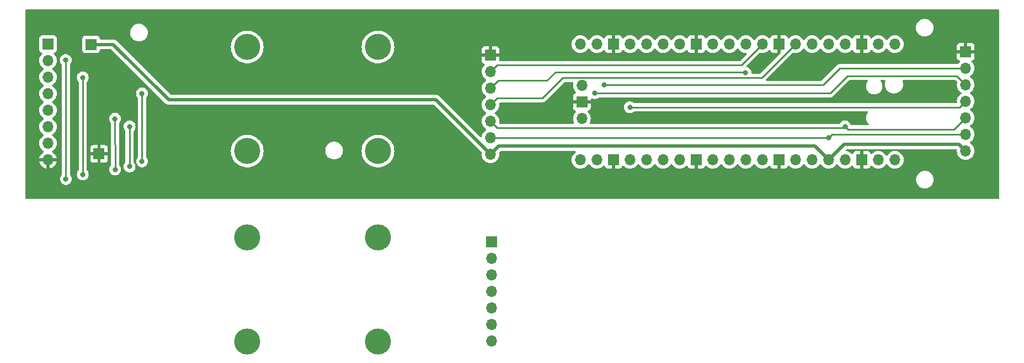
<source format=gbr>
%TF.GenerationSoftware,KiCad,Pcbnew,7.0.10*%
%TF.CreationDate,2024-02-02T23:00:29-06:00*%
%TF.ProjectId,Glass,476c6173-732e-46b6-9963-61645f706362,rev?*%
%TF.SameCoordinates,Original*%
%TF.FileFunction,Copper,L2,Bot*%
%TF.FilePolarity,Positive*%
%FSLAX46Y46*%
G04 Gerber Fmt 4.6, Leading zero omitted, Abs format (unit mm)*
G04 Created by KiCad (PCBNEW 7.0.10) date 2024-02-02 23:00:29*
%MOMM*%
%LPD*%
G01*
G04 APERTURE LIST*
%TA.AperFunction,WasherPad*%
%ADD10C,4.000000*%
%TD*%
%TA.AperFunction,ComponentPad*%
%ADD11R,1.700000X1.700000*%
%TD*%
%TA.AperFunction,ComponentPad*%
%ADD12O,1.700000X1.700000*%
%TD*%
%TA.AperFunction,ViaPad*%
%ADD13C,0.800000*%
%TD*%
%TA.AperFunction,Conductor*%
%ADD14C,0.508000*%
%TD*%
%TA.AperFunction,Conductor*%
%ADD15C,0.250000*%
%TD*%
G04 APERTURE END LIST*
D10*
%TO.P,REF\u002A\u002A,*%
%TO.N,*%
X135630000Y-62740000D03*
X135630000Y-46740000D03*
X115570000Y-62740000D03*
X115570000Y-46740000D03*
%TD*%
D11*
%TO.P,U2,1,GND*%
%TO.N,GND*%
X225830000Y-47460000D03*
D12*
%TO.P,U2,2,RST*%
%TO.N,/GP14*%
X225830000Y-50000000D03*
%TO.P,U2,3,DC*%
%TO.N,/GP15*%
X225830000Y-52540000D03*
%TO.P,U2,4,CS*%
%TO.N,/GP13*%
X225830000Y-55080000D03*
%TO.P,U2,5,CLK*%
%TO.N,/GP2*%
X225830000Y-57620000D03*
%TO.P,U2,6,DIN*%
%TO.N,/GP3*%
X225830000Y-60160000D03*
%TO.P,U2,7,VCC*%
%TO.N,+3.3V*%
X225830000Y-62700000D03*
%TD*%
D11*
%TO.P,U2,1,GND*%
%TO.N,N/C*%
X153030000Y-76655000D03*
D12*
%TO.P,U2,2,RST*%
X153030000Y-79195000D03*
%TO.P,U2,3,DC*%
X153030000Y-81735000D03*
%TO.P,U2,4,CS*%
X153030000Y-84275000D03*
%TO.P,U2,5,CLK*%
X153030000Y-86815000D03*
%TO.P,U2,6,DIN*%
X153030000Y-89355000D03*
%TO.P,U2,7,VCC*%
X153030000Y-91895000D03*
%TD*%
D11*
%TO.P,GND,1,1*%
%TO.N,GND*%
X92830000Y-63170000D03*
%TD*%
D10*
%TO.P,REF\u002A\u002A,*%
%TO.N,*%
X135620000Y-91980000D03*
X135620000Y-75980000D03*
X115560000Y-91980000D03*
X115560000Y-75980000D03*
%TD*%
D12*
%TO.P,U1,1,GPIO0*%
%TO.N,unconnected-(U1-GPIO0-Pad1)*%
X214950000Y-46300000D03*
%TO.P,U1,2,GPIO1*%
%TO.N,unconnected-(U1-GPIO1-Pad2)*%
X212410000Y-46300000D03*
D11*
%TO.P,U1,3,GND*%
%TO.N,GND*%
X209870000Y-46300000D03*
D12*
%TO.P,U1,4,GPIO2*%
%TO.N,/GP2*%
X207330000Y-46300000D03*
%TO.P,U1,5,GPIO3*%
%TO.N,/GP3*%
X204790000Y-46300000D03*
%TO.P,U1,6,GPIO4*%
%TO.N,unconnected-(U1-GPIO4-Pad6)*%
X202250000Y-46300000D03*
%TO.P,U1,7,GPIO5*%
%TO.N,/GP5*%
X199710000Y-46300000D03*
D11*
%TO.P,U1,8,GND*%
%TO.N,GND*%
X197170000Y-46300000D03*
D12*
%TO.P,U1,9,GPIO6*%
%TO.N,/GP6*%
X194630000Y-46300000D03*
%TO.P,U1,10,GPIO7*%
%TO.N,/GP7*%
X192090000Y-46300000D03*
%TO.P,U1,11,GPIO8*%
%TO.N,unconnected-(U1-GPIO8-Pad11)*%
X189550000Y-46300000D03*
%TO.P,U1,12,GPIO9*%
%TO.N,unconnected-(U1-GPIO9-Pad12)*%
X187010000Y-46300000D03*
D11*
%TO.P,U1,13,GND*%
%TO.N,GND*%
X184470000Y-46300000D03*
D12*
%TO.P,U1,14,GPIO10*%
%TO.N,/GP10*%
X181930000Y-46300000D03*
%TO.P,U1,15,GPIO11*%
%TO.N,unconnected-(U1-GPIO11-Pad15)*%
X179390000Y-46300000D03*
%TO.P,U1,16,GPIO12*%
%TO.N,unconnected-(U1-GPIO12-Pad16)*%
X176850000Y-46300000D03*
%TO.P,U1,17,GPIO13*%
%TO.N,/GP13*%
X174310000Y-46300000D03*
D11*
%TO.P,U1,18,GND*%
%TO.N,GND*%
X171770000Y-46300000D03*
D12*
%TO.P,U1,19,GPIO14*%
%TO.N,/GP14*%
X169230000Y-46300000D03*
%TO.P,U1,20,GPIO15*%
%TO.N,/GP15*%
X166690000Y-46300000D03*
%TO.P,U1,21,GPIO16*%
%TO.N,/GP16*%
X166690000Y-64080000D03*
%TO.P,U1,22,GPIO17*%
%TO.N,unconnected-(U1-GPIO17-Pad22)*%
X169230000Y-64080000D03*
D11*
%TO.P,U1,23,GND*%
%TO.N,GND*%
X171770000Y-64080000D03*
D12*
%TO.P,U1,24,GPIO18*%
%TO.N,/GP18*%
X174310000Y-64080000D03*
%TO.P,U1,25,GPIO19*%
%TO.N,/GP19*%
X176850000Y-64080000D03*
%TO.P,U1,26,GPIO20*%
%TO.N,/GP20*%
X179390000Y-64080000D03*
%TO.P,U1,27,GPIO21*%
%TO.N,/GP21*%
X181930000Y-64080000D03*
D11*
%TO.P,U1,28,GND*%
%TO.N,GND*%
X184470000Y-64080000D03*
D12*
%TO.P,U1,29,GPIO22*%
%TO.N,unconnected-(U1-GPIO22-Pad29)*%
X187010000Y-64080000D03*
%TO.P,U1,30,RUN*%
%TO.N,unconnected-(U1-RUN-Pad30)*%
X189550000Y-64080000D03*
%TO.P,U1,31,GPIO26_ADC0*%
%TO.N,unconnected-(U1-GPIO26_ADC0-Pad31)*%
X192090000Y-64080000D03*
%TO.P,U1,32,GPIO27_ADC1*%
%TO.N,unconnected-(U1-GPIO27_ADC1-Pad32)*%
X194630000Y-64080000D03*
D11*
%TO.P,U1,33,AGND*%
%TO.N,GND*%
X197170000Y-64080000D03*
D12*
%TO.P,U1,34,GPIO28_ADC2*%
%TO.N,unconnected-(U1-GPIO28_ADC2-Pad34)*%
X199710000Y-64080000D03*
%TO.P,U1,35,ADC_VREF*%
%TO.N,unconnected-(U1-ADC_VREF-Pad35)*%
X202250000Y-64080000D03*
%TO.P,U1,36,3V3*%
%TO.N,+3.3V*%
X204790000Y-64080000D03*
%TO.P,U1,37,3V3_EN*%
%TO.N,unconnected-(U1-3V3_EN-Pad37)*%
X207330000Y-64080000D03*
D11*
%TO.P,U1,38,GND*%
%TO.N,GND*%
X209870000Y-64080000D03*
D12*
%TO.P,U1,39,VSYS*%
%TO.N,unconnected-(U1-VSYS-Pad39)*%
X212410000Y-64080000D03*
%TO.P,U1,40,VBUS*%
%TO.N,unconnected-(U1-VBUS-Pad40)*%
X214950000Y-64080000D03*
%TO.P,U1,41,SWCLK*%
%TO.N,unconnected-(U1-SWCLK-Pad41)*%
X166920000Y-52650000D03*
D11*
%TO.P,U1,42,GND*%
%TO.N,GND*%
X166920000Y-55190000D03*
D12*
%TO.P,U1,43,SWDIO*%
%TO.N,unconnected-(U1-SWDIO-Pad43)*%
X166920000Y-57730000D03*
%TD*%
D11*
%TO.P,U4,1,VCC*%
%TO.N,+3.3V*%
X84990000Y-46280000D03*
D12*
%TO.P,U4,2,SCL*%
%TO.N,/GP21*%
X84990000Y-48820000D03*
%TO.P,U4,3,SDA*%
%TO.N,/GP20*%
X84990000Y-51360000D03*
%TO.P,U4,4,VSYNC*%
%TO.N,/GP16*%
X84990000Y-53900000D03*
%TO.P,U4,5,HREF*%
%TO.N,/GP19*%
X84990000Y-56440000D03*
%TO.P,U4,6,PCLK*%
%TO.N,/GP18*%
X84990000Y-58980000D03*
%TO.P,U4,7,DO*%
%TO.N,/GP10*%
X84990000Y-61520000D03*
%TO.P,U4,8,GND*%
%TO.N,GND*%
X84990000Y-64060000D03*
%TD*%
D11*
%TO.P,3.3V,1,1*%
%TO.N,+3.3V*%
X91600000Y-46330000D03*
%TD*%
%TO.P,U3,1,GND*%
%TO.N,GND*%
X152900000Y-47980000D03*
D12*
%TO.P,U3,2,RST*%
%TO.N,/GP6*%
X152900000Y-50520000D03*
%TO.P,U3,3,DC*%
%TO.N,/GP7*%
X152900000Y-53060000D03*
%TO.P,U3,4,CS*%
%TO.N,/GP5*%
X152900000Y-55600000D03*
%TO.P,U3,5,CLK*%
%TO.N,/GP2*%
X152900000Y-58140000D03*
%TO.P,U3,6,DIN*%
%TO.N,/GP3*%
X152900000Y-60680000D03*
%TO.P,U3,7,VCC*%
%TO.N,+3.3V*%
X152900000Y-63220000D03*
%TD*%
D13*
%TO.N,GND*%
X123740000Y-50710000D03*
X123760000Y-59540000D03*
%TO.N,/GP14*%
X170340000Y-52560000D03*
%TO.N,/GP15*%
X168890000Y-53850000D03*
%TO.N,/GP13*%
X174300000Y-56000000D03*
%TO.N,/GP2*%
X207300000Y-58950000D03*
%TO.N,/GP3*%
X204840000Y-60650000D03*
%TO.N,/GP7*%
X192040000Y-50690000D03*
%TO.N,/GP21*%
X87720000Y-48740000D03*
X87750000Y-67040000D03*
%TO.N,/GP20*%
X90330000Y-66330000D03*
X90330000Y-51410000D03*
%TO.N,/GP16*%
X99420000Y-64310000D03*
X99410000Y-53870000D03*
%TO.N,/GP19*%
X95280000Y-57760000D03*
X95290000Y-65560000D03*
%TO.N,/GP18*%
X97520000Y-58950000D03*
X97510000Y-65110000D03*
%TD*%
D14*
%TO.N,+3.3V*%
X95000000Y-46330000D02*
X91600000Y-46330000D01*
X204790000Y-64080000D02*
X202690000Y-61980000D01*
X224800000Y-61670000D02*
X225830000Y-62700000D01*
X144520000Y-54840000D02*
X103510000Y-54840000D01*
X207200000Y-61670000D02*
X224800000Y-61670000D01*
X152900000Y-63220000D02*
X144520000Y-54840000D01*
X202690000Y-61980000D02*
X154140000Y-61980000D01*
X103510000Y-54840000D02*
X95000000Y-46330000D01*
X154140000Y-61980000D02*
X152900000Y-63220000D01*
X204790000Y-64080000D02*
X207200000Y-61670000D01*
D15*
%TO.N,/GP14*%
X206480000Y-50000000D02*
X225830000Y-50000000D01*
X203920000Y-52560000D02*
X206480000Y-50000000D01*
X170340000Y-52560000D02*
X203920000Y-52560000D01*
%TO.N,/GP15*%
X207710000Y-51190000D02*
X224480000Y-51190000D01*
X224480000Y-51190000D02*
X225830000Y-52540000D01*
X168890000Y-53850000D02*
X205050000Y-53850000D01*
X205050000Y-53850000D02*
X207710000Y-51190000D01*
%TO.N,/GP13*%
X224910000Y-56000000D02*
X225830000Y-55080000D01*
X174300000Y-56000000D02*
X224910000Y-56000000D01*
%TO.N,/GP2*%
X224060000Y-59390000D02*
X225830000Y-57620000D01*
X152900000Y-58140000D02*
X153910000Y-59150000D01*
X207740000Y-59390000D02*
X224060000Y-59390000D01*
X153910000Y-59150000D02*
X207100000Y-59150000D01*
X207100000Y-59150000D02*
X207300000Y-58950000D01*
X207300000Y-58950000D02*
X207740000Y-59390000D01*
%TO.N,/GP3*%
X204840000Y-60650000D02*
X205330000Y-60160000D01*
X205330000Y-60160000D02*
X225830000Y-60160000D01*
X204810000Y-60680000D02*
X204840000Y-60650000D01*
X152900000Y-60680000D02*
X204810000Y-60680000D01*
%TO.N,/GP6*%
X152900000Y-50520000D02*
X153875000Y-49545000D01*
X191385000Y-49545000D02*
X194630000Y-46300000D01*
X153875000Y-49545000D02*
X191385000Y-49545000D01*
%TO.N,/GP7*%
X161575000Y-51895000D02*
X162850000Y-50620000D01*
X191890000Y-50620000D02*
X192040000Y-50690000D01*
X152900000Y-53060000D02*
X154065000Y-51895000D01*
X192030000Y-50620000D02*
X191960000Y-50620000D01*
X161575000Y-51895000D02*
X154065000Y-51895000D01*
X192040000Y-50690000D02*
X192030000Y-50620000D01*
X162850000Y-50620000D02*
X191890000Y-50620000D01*
%TO.N,/GP5*%
X160845000Y-54625000D02*
X160845000Y-54615000D01*
X194535000Y-51475000D02*
X199710000Y-46300000D01*
X160845000Y-54615000D02*
X163985000Y-51475000D01*
X153875000Y-54625000D02*
X152900000Y-55600000D01*
X160845000Y-54625000D02*
X153875000Y-54625000D01*
X163985000Y-51475000D02*
X194535000Y-51475000D01*
%TO.N,/GP21*%
X87720000Y-48740000D02*
X87720000Y-67040000D01*
%TO.N,/GP20*%
X90330000Y-66330000D02*
X90330000Y-66280000D01*
X90330000Y-51410000D02*
X90330000Y-66330000D01*
%TO.N,/GP16*%
X99410000Y-53870000D02*
X99410000Y-64300000D01*
X99420000Y-64310000D02*
X99410000Y-64320000D01*
X99410000Y-64300000D02*
X99420000Y-64310000D01*
X99410000Y-64320000D02*
X99410000Y-64340000D01*
%TO.N,/GP19*%
X95280000Y-57760000D02*
X95290000Y-65560000D01*
X95290000Y-65560000D02*
X95280000Y-65370000D01*
%TO.N,/GP18*%
X97510000Y-65110000D02*
X97520000Y-65050000D01*
X97520000Y-58950000D02*
X97510000Y-65110000D01*
%TD*%
%TA.AperFunction,Conductor*%
%TO.N,GND*%
G36*
X210754997Y-51835185D02*
G01*
X210800752Y-51887989D01*
X210810696Y-51957147D01*
X210791445Y-52007811D01*
X210756776Y-52060332D01*
X210754865Y-52063142D01*
X210702901Y-52137356D01*
X210702891Y-52137374D01*
X210699457Y-52144738D01*
X210690572Y-52160628D01*
X210684363Y-52170034D01*
X210648893Y-52253020D01*
X210647254Y-52256688D01*
X210610426Y-52335664D01*
X210610424Y-52335671D01*
X210607425Y-52346860D01*
X210601681Y-52363475D01*
X210595899Y-52377005D01*
X210595896Y-52377014D01*
X210576576Y-52461659D01*
X210575460Y-52466158D01*
X210553793Y-52547022D01*
X210552483Y-52561992D01*
X210549847Y-52578769D01*
X210545809Y-52596459D01*
X210545809Y-52596464D01*
X210542066Y-52679777D01*
X210541719Y-52685016D01*
X210534723Y-52764995D01*
X210534723Y-52765003D01*
X210536331Y-52783389D01*
X210536678Y-52799752D01*
X210535709Y-52821324D01*
X210535710Y-52821328D01*
X210535710Y-52821330D01*
X210539269Y-52847602D01*
X210546444Y-52900576D01*
X210547094Y-52906412D01*
X210553792Y-52982972D01*
X210553795Y-52982989D01*
X210559461Y-53004134D01*
X210562563Y-53019576D01*
X210565923Y-53044380D01*
X210565925Y-53044387D01*
X210589577Y-53117183D01*
X210591416Y-53123388D01*
X210610423Y-53194325D01*
X210610428Y-53194337D01*
X210621135Y-53217300D01*
X210626682Y-53231380D01*
X210635483Y-53258464D01*
X210669889Y-53322402D01*
X210670128Y-53322845D01*
X210673316Y-53329200D01*
X210702897Y-53392638D01*
X210708212Y-53400229D01*
X210719410Y-53416221D01*
X210727025Y-53428578D01*
X210742146Y-53456678D01*
X210742152Y-53456687D01*
X210785587Y-53511153D01*
X210790214Y-53517340D01*
X210815510Y-53553465D01*
X210828402Y-53571877D01*
X210828405Y-53571880D01*
X210851186Y-53594661D01*
X210860452Y-53605029D01*
X210882492Y-53632666D01*
X210932387Y-53676259D01*
X210938484Y-53681959D01*
X210983116Y-53726592D01*
X210983121Y-53726596D01*
X210983123Y-53726598D01*
X210999170Y-53737834D01*
X211012332Y-53747050D01*
X211022793Y-53755244D01*
X211052004Y-53780765D01*
X211052013Y-53780771D01*
X211105924Y-53812981D01*
X211113449Y-53817854D01*
X211162359Y-53852101D01*
X211162365Y-53852104D01*
X211197798Y-53868627D01*
X211208992Y-53874561D01*
X211245234Y-53896214D01*
X211245236Y-53896215D01*
X211255319Y-53899999D01*
X211300838Y-53917082D01*
X211309669Y-53920792D01*
X211353300Y-53941138D01*
X211360670Y-53944575D01*
X211360675Y-53944577D01*
X211401756Y-53955584D01*
X211413227Y-53959262D01*
X211455976Y-53975307D01*
X211511047Y-53985301D01*
X211520965Y-53987526D01*
X211572023Y-54001207D01*
X211617829Y-54005214D01*
X211629121Y-54006728D01*
X211677453Y-54015500D01*
X211729985Y-54015500D01*
X211740792Y-54015972D01*
X211789998Y-54020277D01*
X211790000Y-54020277D01*
X211840369Y-54015870D01*
X211845600Y-54015524D01*
X211846122Y-54015500D01*
X211846155Y-54015500D01*
X211899217Y-54010724D01*
X211900173Y-54010638D01*
X211900180Y-54010724D01*
X211900477Y-54010611D01*
X212007977Y-54001207D01*
X212007982Y-54001205D01*
X212010000Y-54001029D01*
X212012205Y-54000736D01*
X212014182Y-54000377D01*
X212014188Y-54000377D01*
X212117684Y-53971812D01*
X212118350Y-53971631D01*
X212219330Y-53944575D01*
X212219337Y-53944571D01*
X212223913Y-53942906D01*
X212229449Y-53941138D01*
X212231159Y-53940495D01*
X212231170Y-53940493D01*
X212324890Y-53895359D01*
X212326016Y-53894825D01*
X212417639Y-53852102D01*
X212417640Y-53852101D01*
X212422327Y-53849395D01*
X212422400Y-53849522D01*
X212433164Y-53843218D01*
X212433973Y-53842829D01*
X212515325Y-53783721D01*
X212516993Y-53782531D01*
X212596877Y-53726598D01*
X212597747Y-53725727D01*
X212612550Y-53713084D01*
X212616078Y-53710522D01*
X212683237Y-53640277D01*
X212685098Y-53638376D01*
X212751592Y-53571883D01*
X212751592Y-53571882D01*
X212751598Y-53571877D01*
X212754285Y-53568039D01*
X212766239Y-53553465D01*
X212771629Y-53547828D01*
X212771628Y-53547828D01*
X212771632Y-53547825D01*
X212823266Y-53469600D01*
X212825083Y-53466928D01*
X212877102Y-53392639D01*
X212880543Y-53385259D01*
X212889432Y-53369364D01*
X212895635Y-53359968D01*
X212931114Y-53276958D01*
X212932713Y-53273377D01*
X212969575Y-53194330D01*
X212972570Y-53183148D01*
X212978325Y-53166505D01*
X212981264Y-53159629D01*
X212984103Y-53152988D01*
X212990622Y-53124428D01*
X213003417Y-53068366D01*
X213004533Y-53063863D01*
X213005568Y-53060000D01*
X213026207Y-52982977D01*
X213027515Y-52968015D01*
X213030150Y-52951237D01*
X213034191Y-52933537D01*
X213037934Y-52850183D01*
X213038274Y-52845036D01*
X213045277Y-52765000D01*
X213043667Y-52746608D01*
X213043321Y-52730239D01*
X213044290Y-52708670D01*
X213033549Y-52629385D01*
X213032905Y-52623600D01*
X213026207Y-52547023D01*
X213021767Y-52530453D01*
X213020539Y-52525870D01*
X213017434Y-52510412D01*
X213014076Y-52485619D01*
X213014075Y-52485618D01*
X213014075Y-52485613D01*
X212990414Y-52412795D01*
X212988578Y-52406593D01*
X212984981Y-52393170D01*
X212969575Y-52335670D01*
X212958863Y-52312699D01*
X212953317Y-52298618D01*
X212944519Y-52271541D01*
X212944517Y-52271537D01*
X212944517Y-52271536D01*
X212909869Y-52207149D01*
X212906681Y-52200794D01*
X212892336Y-52170032D01*
X212877102Y-52137362D01*
X212860592Y-52113785D01*
X212852976Y-52101425D01*
X212852478Y-52100500D01*
X212837852Y-52073319D01*
X212794398Y-52018830D01*
X212789778Y-52012651D01*
X212788359Y-52010624D01*
X212766031Y-51944421D01*
X212783039Y-51876653D01*
X212833986Y-51828839D01*
X212889933Y-51815500D01*
X213385792Y-51815500D01*
X213452831Y-51835185D01*
X213498586Y-51887989D01*
X213508530Y-51957147D01*
X213499348Y-51989307D01*
X213499349Y-51989308D01*
X213499348Y-51989310D01*
X213490845Y-52008694D01*
X213490844Y-52008697D01*
X213490843Y-52008700D01*
X213488276Y-52018838D01*
X213471552Y-52084872D01*
X213469913Y-52090735D01*
X213445984Y-52168877D01*
X213445983Y-52168879D01*
X213442538Y-52195777D01*
X213439750Y-52210454D01*
X213433867Y-52233687D01*
X213433864Y-52233706D01*
X213427097Y-52315377D01*
X213426517Y-52320887D01*
X213415702Y-52405344D01*
X213415701Y-52405345D01*
X213416707Y-52429025D01*
X213416396Y-52444520D01*
X213414700Y-52464998D01*
X213421750Y-52550098D01*
X213422061Y-52555071D01*
X213425819Y-52643523D01*
X213425820Y-52643534D01*
X213430092Y-52663355D01*
X213432451Y-52679238D01*
X213433865Y-52696301D01*
X213433865Y-52696306D01*
X213455660Y-52782372D01*
X213456670Y-52786685D01*
X213476044Y-52876575D01*
X213476046Y-52876582D01*
X213482333Y-52892228D01*
X213487477Y-52908010D01*
X213490843Y-52921300D01*
X213526970Y-53003663D01*
X213527875Y-53005725D01*
X213529377Y-53009300D01*
X213564934Y-53097787D01*
X213564935Y-53097788D01*
X213571981Y-53109232D01*
X213579943Y-53124428D01*
X213584076Y-53133850D01*
X213636366Y-53213886D01*
X213638142Y-53216686D01*
X213641209Y-53221666D01*
X213689930Y-53300794D01*
X213696543Y-53308308D01*
X213707263Y-53322402D01*
X213711019Y-53328151D01*
X213711021Y-53328153D01*
X213778117Y-53401040D01*
X213779930Y-53403054D01*
X213847436Y-53479755D01*
X213852564Y-53483895D01*
X213865882Y-53496377D01*
X213868216Y-53498913D01*
X213949062Y-53561837D01*
X213950795Y-53563211D01*
X214032920Y-53629523D01*
X214032922Y-53629524D01*
X214035678Y-53631064D01*
X214051360Y-53641460D01*
X214051367Y-53641465D01*
X214051371Y-53641467D01*
X214051374Y-53641470D01*
X214144507Y-53691870D01*
X214145785Y-53692573D01*
X214225669Y-53737200D01*
X214241051Y-53745793D01*
X214243849Y-53747058D01*
X214250695Y-53750097D01*
X214250794Y-53749873D01*
X214255491Y-53751933D01*
X214255497Y-53751936D01*
X214358950Y-53787451D01*
X214359557Y-53787662D01*
X214465829Y-53825211D01*
X214465843Y-53825213D01*
X214467392Y-53825617D01*
X214473492Y-53826910D01*
X214474999Y-53827291D01*
X214475019Y-53827298D01*
X214586192Y-53845849D01*
X214586608Y-53845919D01*
X214606876Y-53849395D01*
X214700792Y-53865499D01*
X214700800Y-53865500D01*
X214936044Y-53865500D01*
X214936049Y-53865500D01*
X214990013Y-53856494D01*
X214999883Y-53855252D01*
X215057541Y-53850346D01*
X215106925Y-53837487D01*
X215117760Y-53835177D01*
X215164981Y-53827298D01*
X215219963Y-53808421D01*
X215228941Y-53805716D01*
X215288249Y-53790275D01*
X215331642Y-53770659D01*
X215342436Y-53766377D01*
X215384503Y-53751936D01*
X215438611Y-53722653D01*
X215446541Y-53718721D01*
X215505486Y-53692077D01*
X215542120Y-53667316D01*
X215552503Y-53661018D01*
X215588626Y-53641470D01*
X215639878Y-53601578D01*
X215646584Y-53596710D01*
X215703003Y-53558579D01*
X215732460Y-53530345D01*
X215742075Y-53522035D01*
X215771784Y-53498913D01*
X215818070Y-53448632D01*
X215823490Y-53443100D01*
X215875118Y-53393621D01*
X215897351Y-53363557D01*
X215905799Y-53353331D01*
X215928979Y-53328153D01*
X215968223Y-53268084D01*
X215972317Y-53262196D01*
X216016879Y-53201947D01*
X216032176Y-53171604D01*
X216039074Y-53159637D01*
X216055924Y-53133849D01*
X216086130Y-53064984D01*
X216088927Y-53059045D01*
X216124207Y-52989074D01*
X216133155Y-52959854D01*
X216138153Y-52946383D01*
X216149157Y-52921300D01*
X216168450Y-52845110D01*
X216170088Y-52839255D01*
X216194015Y-52761126D01*
X216194016Y-52761121D01*
X216195664Y-52748256D01*
X216197460Y-52734225D01*
X216200251Y-52719535D01*
X216203002Y-52708673D01*
X216206134Y-52696305D01*
X216212903Y-52614600D01*
X216213484Y-52609095D01*
X216214092Y-52604350D01*
X216224298Y-52524654D01*
X216223291Y-52500961D01*
X216223602Y-52485481D01*
X216225300Y-52465000D01*
X216225209Y-52463907D01*
X216220357Y-52405344D01*
X216218248Y-52379902D01*
X216217938Y-52374943D01*
X216217817Y-52372105D01*
X216214180Y-52286468D01*
X216209906Y-52266640D01*
X216207548Y-52250764D01*
X216206134Y-52233695D01*
X216205553Y-52231402D01*
X216198646Y-52204126D01*
X216184325Y-52147577D01*
X216183336Y-52143354D01*
X216163954Y-52053419D01*
X216157665Y-52037770D01*
X216152519Y-52021980D01*
X216149157Y-52008700D01*
X216140651Y-51989308D01*
X216131750Y-51920008D01*
X216161728Y-51856896D01*
X216221068Y-51820011D01*
X216254208Y-51815500D01*
X224169548Y-51815500D01*
X224236587Y-51835185D01*
X224257229Y-51851819D01*
X224489762Y-52084352D01*
X224523247Y-52145675D01*
X224521856Y-52204126D01*
X224494938Y-52304586D01*
X224494936Y-52304596D01*
X224474341Y-52539999D01*
X224474341Y-52540000D01*
X224494936Y-52775403D01*
X224494938Y-52775413D01*
X224556094Y-53003655D01*
X224556096Y-53003659D01*
X224556097Y-53003663D01*
X224635712Y-53174397D01*
X224655965Y-53217830D01*
X224655967Y-53217834D01*
X224733214Y-53328153D01*
X224785660Y-53403054D01*
X224791501Y-53411395D01*
X224791506Y-53411402D01*
X224958597Y-53578493D01*
X224958603Y-53578498D01*
X225144158Y-53708425D01*
X225187783Y-53763002D01*
X225194977Y-53832500D01*
X225163454Y-53894855D01*
X225144158Y-53911575D01*
X224958597Y-54041505D01*
X224791505Y-54208597D01*
X224655965Y-54402169D01*
X224655964Y-54402171D01*
X224556098Y-54616335D01*
X224556094Y-54616344D01*
X224494938Y-54844586D01*
X224494936Y-54844596D01*
X224478189Y-55036015D01*
X224474341Y-55080000D01*
X224488178Y-55238157D01*
X224488313Y-55239692D01*
X224474547Y-55308192D01*
X224425932Y-55358375D01*
X224364785Y-55374500D01*
X175003748Y-55374500D01*
X174936709Y-55354815D01*
X174911600Y-55333474D01*
X174905873Y-55327114D01*
X174905869Y-55327110D01*
X174752734Y-55215851D01*
X174752729Y-55215848D01*
X174579807Y-55138857D01*
X174579802Y-55138855D01*
X174434001Y-55107865D01*
X174394646Y-55099500D01*
X174205354Y-55099500D01*
X174172897Y-55106398D01*
X174020197Y-55138855D01*
X174020192Y-55138857D01*
X173847270Y-55215848D01*
X173847265Y-55215851D01*
X173694129Y-55327111D01*
X173567466Y-55467785D01*
X173472821Y-55631715D01*
X173472818Y-55631722D01*
X173430433Y-55762171D01*
X173414326Y-55811744D01*
X173394540Y-56000000D01*
X173414326Y-56188256D01*
X173414327Y-56188259D01*
X173472818Y-56368277D01*
X173472821Y-56368284D01*
X173567467Y-56532216D01*
X173664297Y-56639756D01*
X173694129Y-56672888D01*
X173847265Y-56784148D01*
X173847270Y-56784151D01*
X174020192Y-56861142D01*
X174020197Y-56861144D01*
X174205354Y-56900500D01*
X174205355Y-56900500D01*
X174394644Y-56900500D01*
X174394646Y-56900500D01*
X174579803Y-56861144D01*
X174752730Y-56784151D01*
X174905871Y-56672888D01*
X174908941Y-56669478D01*
X174911600Y-56666526D01*
X174971087Y-56629879D01*
X175003748Y-56625500D01*
X210715857Y-56625500D01*
X210782896Y-56645185D01*
X210828651Y-56697989D01*
X210838595Y-56767147D01*
X210811138Y-56827268D01*
X210811837Y-56827825D01*
X210809607Y-56830620D01*
X210809570Y-56830703D01*
X210809342Y-56830952D01*
X210808369Y-56832173D01*
X210798348Y-56847354D01*
X210756750Y-56910369D01*
X210754865Y-56913142D01*
X210702901Y-56987356D01*
X210702891Y-56987374D01*
X210699457Y-56994738D01*
X210690572Y-57010628D01*
X210684363Y-57020034D01*
X210648893Y-57103020D01*
X210647254Y-57106688D01*
X210610426Y-57185664D01*
X210610424Y-57185671D01*
X210607425Y-57196860D01*
X210601681Y-57213475D01*
X210595899Y-57227005D01*
X210595896Y-57227014D01*
X210576576Y-57311659D01*
X210575460Y-57316158D01*
X210553793Y-57397022D01*
X210552483Y-57411992D01*
X210549847Y-57428769D01*
X210545809Y-57446459D01*
X210545809Y-57446464D01*
X210542066Y-57529777D01*
X210541719Y-57535016D01*
X210534723Y-57614995D01*
X210534723Y-57615003D01*
X210536331Y-57633389D01*
X210536678Y-57649752D01*
X210535709Y-57671324D01*
X210535710Y-57671328D01*
X210535710Y-57671330D01*
X210537900Y-57687500D01*
X210546444Y-57750576D01*
X210547094Y-57756412D01*
X210553792Y-57832972D01*
X210553795Y-57832989D01*
X210559461Y-57854134D01*
X210562563Y-57869576D01*
X210565923Y-57894380D01*
X210565926Y-57894392D01*
X210589573Y-57967169D01*
X210591417Y-57973393D01*
X210610423Y-58044324D01*
X210610428Y-58044337D01*
X210621135Y-58067300D01*
X210626682Y-58081380D01*
X210635483Y-58108464D01*
X210655844Y-58146302D01*
X210670128Y-58172845D01*
X210673312Y-58179193D01*
X210681914Y-58197640D01*
X210702897Y-58242638D01*
X210702898Y-58242639D01*
X210719410Y-58266221D01*
X210727025Y-58278578D01*
X210742146Y-58306678D01*
X210742152Y-58306687D01*
X210785587Y-58361153D01*
X210790214Y-58367340D01*
X210815171Y-58402981D01*
X210828402Y-58421877D01*
X210828405Y-58421880D01*
X210851186Y-58444661D01*
X210860452Y-58455029D01*
X210882492Y-58482666D01*
X210932387Y-58526259D01*
X210938483Y-58531958D01*
X210959344Y-58552819D01*
X210992829Y-58614142D01*
X210987845Y-58683834D01*
X210945973Y-58739767D01*
X210880509Y-58764184D01*
X210871663Y-58764500D01*
X208276661Y-58764500D01*
X208209622Y-58744815D01*
X208163867Y-58692011D01*
X208158730Y-58678818D01*
X208127181Y-58581722D01*
X208127180Y-58581721D01*
X208127179Y-58581716D01*
X208032533Y-58417784D01*
X207905871Y-58277112D01*
X207905870Y-58277111D01*
X207752734Y-58165851D01*
X207752729Y-58165848D01*
X207579807Y-58088857D01*
X207579802Y-58088855D01*
X207434001Y-58057865D01*
X207394646Y-58049500D01*
X207205354Y-58049500D01*
X207172897Y-58056398D01*
X207020197Y-58088855D01*
X207020192Y-58088857D01*
X206847270Y-58165848D01*
X206847265Y-58165851D01*
X206694129Y-58277111D01*
X206567466Y-58417785D01*
X206541650Y-58462500D01*
X206491083Y-58510715D01*
X206434263Y-58524500D01*
X168234272Y-58524500D01*
X168167233Y-58504815D01*
X168121478Y-58452011D01*
X168111534Y-58382853D01*
X168121890Y-58348095D01*
X168124626Y-58342228D01*
X168193903Y-58193663D01*
X168255063Y-57965408D01*
X168275659Y-57730000D01*
X168272824Y-57697602D01*
X168269574Y-57660454D01*
X168255063Y-57494592D01*
X168193903Y-57266337D01*
X168094035Y-57052171D01*
X168093808Y-57051847D01*
X167958496Y-56858600D01*
X167908019Y-56808123D01*
X167836179Y-56736283D01*
X167802696Y-56674963D01*
X167807680Y-56605271D01*
X167849551Y-56549337D01*
X167880529Y-56532422D01*
X168012086Y-56483354D01*
X168012093Y-56483350D01*
X168127187Y-56397190D01*
X168127190Y-56397187D01*
X168213350Y-56282093D01*
X168213354Y-56282086D01*
X168263596Y-56147379D01*
X168263598Y-56147372D01*
X168269999Y-56087844D01*
X168270000Y-56087827D01*
X168270000Y-55440000D01*
X167365572Y-55440000D01*
X167388682Y-55404040D01*
X167430000Y-55263327D01*
X167430000Y-55116673D01*
X167388682Y-54975960D01*
X167365572Y-54940000D01*
X168270000Y-54940000D01*
X168270000Y-54750620D01*
X168289685Y-54683581D01*
X168342489Y-54637826D01*
X168411647Y-54627882D01*
X168444430Y-54637339D01*
X168610197Y-54711144D01*
X168795354Y-54750500D01*
X168795355Y-54750500D01*
X168984644Y-54750500D01*
X168984646Y-54750500D01*
X169169803Y-54711144D01*
X169342730Y-54634151D01*
X169495871Y-54522888D01*
X169498788Y-54519647D01*
X169501600Y-54516526D01*
X169561087Y-54479879D01*
X169593748Y-54475500D01*
X204967257Y-54475500D01*
X204982877Y-54477224D01*
X204982904Y-54476939D01*
X204990660Y-54477671D01*
X204990667Y-54477673D01*
X205057873Y-54475561D01*
X205061768Y-54475500D01*
X205089346Y-54475500D01*
X205089350Y-54475500D01*
X205093324Y-54474997D01*
X205104963Y-54474080D01*
X205148627Y-54472709D01*
X205167869Y-54467117D01*
X205186912Y-54463174D01*
X205206792Y-54460664D01*
X205247401Y-54444585D01*
X205258444Y-54440803D01*
X205300390Y-54428618D01*
X205317629Y-54418422D01*
X205335103Y-54409862D01*
X205353727Y-54402488D01*
X205353727Y-54402487D01*
X205353732Y-54402486D01*
X205389083Y-54376800D01*
X205398814Y-54370408D01*
X205436420Y-54348170D01*
X205450589Y-54333999D01*
X205465379Y-54321368D01*
X205481587Y-54309594D01*
X205509438Y-54275926D01*
X205517279Y-54267309D01*
X207932772Y-51851819D01*
X207994095Y-51818334D01*
X208020453Y-51815500D01*
X210687958Y-51815500D01*
X210754997Y-51835185D01*
G37*
%TD.AperFunction*%
%TA.AperFunction,Conductor*%
G36*
X165574536Y-52120185D02*
G01*
X165620291Y-52172989D01*
X165630235Y-52242147D01*
X165627272Y-52256593D01*
X165584938Y-52414586D01*
X165584936Y-52414596D01*
X165564341Y-52649999D01*
X165564341Y-52650000D01*
X165584936Y-52885403D01*
X165584938Y-52885413D01*
X165646094Y-53113655D01*
X165646096Y-53113659D01*
X165646097Y-53113663D01*
X165730844Y-53295403D01*
X165745965Y-53327830D01*
X165745967Y-53327834D01*
X165836192Y-53456687D01*
X165878661Y-53517340D01*
X165881501Y-53521395D01*
X165881506Y-53521402D01*
X166003818Y-53643714D01*
X166037303Y-53705037D01*
X166032319Y-53774729D01*
X165990447Y-53830662D01*
X165959471Y-53847577D01*
X165827912Y-53896646D01*
X165827906Y-53896649D01*
X165712812Y-53982809D01*
X165712809Y-53982812D01*
X165626649Y-54097906D01*
X165626645Y-54097913D01*
X165576403Y-54232620D01*
X165576401Y-54232627D01*
X165570000Y-54292155D01*
X165570000Y-54940000D01*
X166474428Y-54940000D01*
X166451318Y-54975960D01*
X166410000Y-55116673D01*
X166410000Y-55263327D01*
X166451318Y-55404040D01*
X166474428Y-55440000D01*
X165570000Y-55440000D01*
X165570000Y-56087844D01*
X165576401Y-56147372D01*
X165576403Y-56147379D01*
X165626645Y-56282086D01*
X165626649Y-56282093D01*
X165712809Y-56397187D01*
X165712812Y-56397190D01*
X165827906Y-56483350D01*
X165827913Y-56483354D01*
X165959470Y-56532421D01*
X166015403Y-56574292D01*
X166039821Y-56639756D01*
X166024970Y-56708029D01*
X166003819Y-56736284D01*
X165881503Y-56858600D01*
X165745965Y-57052169D01*
X165745964Y-57052171D01*
X165646098Y-57266335D01*
X165646094Y-57266344D01*
X165584938Y-57494586D01*
X165584936Y-57494596D01*
X165564341Y-57729999D01*
X165564341Y-57730000D01*
X165584936Y-57965403D01*
X165584938Y-57965413D01*
X165646094Y-58193655D01*
X165646096Y-58193659D01*
X165646097Y-58193663D01*
X165708075Y-58326575D01*
X165718110Y-58348095D01*
X165728602Y-58417173D01*
X165700082Y-58480957D01*
X165641606Y-58519196D01*
X165605728Y-58524500D01*
X154356551Y-58524500D01*
X154289512Y-58504815D01*
X154243757Y-58452011D01*
X154233813Y-58382853D01*
X154234435Y-58378964D01*
X154235058Y-58375425D01*
X154235063Y-58375408D01*
X154255659Y-58140000D01*
X154235063Y-57904592D01*
X154176894Y-57687500D01*
X154173905Y-57676344D01*
X154173904Y-57676343D01*
X154173903Y-57676337D01*
X154074035Y-57462171D01*
X154071599Y-57458691D01*
X153938494Y-57268597D01*
X153771402Y-57101506D01*
X153771396Y-57101501D01*
X153585842Y-56971575D01*
X153542217Y-56916998D01*
X153535023Y-56847500D01*
X153566546Y-56785145D01*
X153585842Y-56768425D01*
X153682133Y-56701001D01*
X153771401Y-56638495D01*
X153938495Y-56471401D01*
X154074035Y-56277830D01*
X154173903Y-56063663D01*
X154235063Y-55835408D01*
X154255659Y-55600000D01*
X154236875Y-55385306D01*
X154250641Y-55316808D01*
X154299256Y-55266625D01*
X154360403Y-55250500D01*
X160774153Y-55250500D01*
X160797385Y-55252696D01*
X160798989Y-55253001D01*
X160805412Y-55254227D01*
X160805413Y-55254226D01*
X160805414Y-55254227D01*
X160860759Y-55250745D01*
X160868545Y-55250500D01*
X160884342Y-55250500D01*
X160884350Y-55250500D01*
X160900071Y-55248513D01*
X160907735Y-55247789D01*
X160963138Y-55244304D01*
X160970905Y-55241780D01*
X160993680Y-55236688D01*
X161001792Y-55235664D01*
X161053396Y-55215231D01*
X161060671Y-55212612D01*
X161113441Y-55195467D01*
X161120337Y-55191090D01*
X161141133Y-55180494D01*
X161148732Y-55177486D01*
X161193631Y-55144864D01*
X161200026Y-55140517D01*
X161246877Y-55110786D01*
X161252466Y-55104833D01*
X161269979Y-55089394D01*
X161276587Y-55084594D01*
X161311954Y-55041840D01*
X161317076Y-55036031D01*
X161355062Y-54995582D01*
X161355066Y-54995573D01*
X161359649Y-54989268D01*
X161360012Y-54989531D01*
X161374930Y-54969658D01*
X164207771Y-52136819D01*
X164269094Y-52103334D01*
X164295452Y-52100500D01*
X165507497Y-52100500D01*
X165574536Y-52120185D01*
G37*
%TD.AperFunction*%
%TA.AperFunction,Conductor*%
G36*
X197420000Y-47654046D02*
G01*
X197400315Y-47721085D01*
X197383681Y-47741727D01*
X194312228Y-50813181D01*
X194250905Y-50846666D01*
X194224547Y-50849500D01*
X193066412Y-50849500D01*
X192999373Y-50829815D01*
X192953618Y-50777011D01*
X192943091Y-50712539D01*
X192944620Y-50697989D01*
X192945460Y-50690000D01*
X192925674Y-50501744D01*
X192867179Y-50321716D01*
X192772533Y-50157784D01*
X192645871Y-50017112D01*
X192629400Y-50005145D01*
X192492734Y-49905851D01*
X192492729Y-49905848D01*
X192319807Y-49828857D01*
X192319803Y-49828856D01*
X192267682Y-49817777D01*
X192206201Y-49784584D01*
X192172424Y-49723421D01*
X192177078Y-49653706D01*
X192205781Y-49608808D01*
X194174354Y-47640235D01*
X194235675Y-47606752D01*
X194294123Y-47608142D01*
X194394592Y-47635063D01*
X194565319Y-47650000D01*
X194629999Y-47655659D01*
X194630000Y-47655659D01*
X194630001Y-47655659D01*
X194694681Y-47650000D01*
X194865408Y-47635063D01*
X195093663Y-47573903D01*
X195307830Y-47474035D01*
X195501401Y-47338495D01*
X195623717Y-47216178D01*
X195685036Y-47182696D01*
X195754728Y-47187680D01*
X195810662Y-47229551D01*
X195827577Y-47260528D01*
X195876646Y-47392088D01*
X195876649Y-47392093D01*
X195962809Y-47507187D01*
X195962812Y-47507190D01*
X196077906Y-47593350D01*
X196077913Y-47593354D01*
X196212620Y-47643596D01*
X196212627Y-47643598D01*
X196272155Y-47649999D01*
X196272172Y-47650000D01*
X196920000Y-47650000D01*
X196920000Y-46746494D01*
X197024839Y-46794373D01*
X197133527Y-46810000D01*
X197206473Y-46810000D01*
X197315161Y-46794373D01*
X197420000Y-46746494D01*
X197420000Y-47654046D01*
G37*
%TD.AperFunction*%
%TA.AperFunction,Conductor*%
G36*
X230892539Y-40990185D02*
G01*
X230938294Y-41042989D01*
X230949500Y-41094500D01*
X230949500Y-69985500D01*
X230929815Y-70052539D01*
X230877011Y-70098294D01*
X230825500Y-70109500D01*
X81624500Y-70109500D01*
X81557461Y-70089815D01*
X81511706Y-70037011D01*
X81500500Y-69985500D01*
X81500500Y-61520000D01*
X83634341Y-61520000D01*
X83654936Y-61755403D01*
X83654938Y-61755413D01*
X83716094Y-61983655D01*
X83716096Y-61983659D01*
X83716097Y-61983663D01*
X83810605Y-62186335D01*
X83815965Y-62197830D01*
X83815967Y-62197834D01*
X83951501Y-62391395D01*
X83951506Y-62391402D01*
X84118597Y-62558493D01*
X84118603Y-62558498D01*
X84158270Y-62586273D01*
X84277844Y-62670000D01*
X84304594Y-62688730D01*
X84348219Y-62743307D01*
X84355413Y-62812805D01*
X84323890Y-62875160D01*
X84304595Y-62891880D01*
X84118922Y-63021890D01*
X84118920Y-63021891D01*
X83951891Y-63188920D01*
X83951886Y-63188926D01*
X83816400Y-63382420D01*
X83816399Y-63382422D01*
X83716570Y-63596507D01*
X83716567Y-63596513D01*
X83659364Y-63809999D01*
X83659364Y-63810000D01*
X84556314Y-63810000D01*
X84530507Y-63850156D01*
X84490000Y-63988111D01*
X84490000Y-64131889D01*
X84530507Y-64269844D01*
X84556314Y-64310000D01*
X83659364Y-64310000D01*
X83716567Y-64523486D01*
X83716570Y-64523492D01*
X83816399Y-64737578D01*
X83951894Y-64931082D01*
X84118917Y-65098105D01*
X84312421Y-65233600D01*
X84526507Y-65333429D01*
X84526516Y-65333433D01*
X84740000Y-65390634D01*
X84740000Y-64495501D01*
X84847685Y-64544680D01*
X84954237Y-64560000D01*
X85025763Y-64560000D01*
X85132315Y-64544680D01*
X85240000Y-64495501D01*
X85240000Y-65390633D01*
X85453483Y-65333433D01*
X85453492Y-65333429D01*
X85667578Y-65233600D01*
X85861082Y-65098105D01*
X86028105Y-64931082D01*
X86163600Y-64737578D01*
X86263429Y-64523492D01*
X86263432Y-64523486D01*
X86320636Y-64310000D01*
X85423686Y-64310000D01*
X85449493Y-64269844D01*
X85490000Y-64131889D01*
X85490000Y-63988111D01*
X85449493Y-63850156D01*
X85423686Y-63810000D01*
X86320636Y-63810000D01*
X86320635Y-63809999D01*
X86263432Y-63596513D01*
X86263429Y-63596507D01*
X86163600Y-63382422D01*
X86163599Y-63382420D01*
X86028113Y-63188926D01*
X86028108Y-63188920D01*
X85861078Y-63021890D01*
X85675405Y-62891879D01*
X85631780Y-62837302D01*
X85624588Y-62767804D01*
X85656110Y-62705449D01*
X85675406Y-62688730D01*
X85680276Y-62685320D01*
X85861401Y-62558495D01*
X86028495Y-62391401D01*
X86164035Y-62197830D01*
X86263903Y-61983663D01*
X86325063Y-61755408D01*
X86345659Y-61520000D01*
X86345412Y-61517181D01*
X86329389Y-61334035D01*
X86325063Y-61284592D01*
X86263903Y-61056337D01*
X86164035Y-60842171D01*
X86160999Y-60837834D01*
X86028494Y-60648597D01*
X85861402Y-60481506D01*
X85861396Y-60481501D01*
X85675842Y-60351575D01*
X85632217Y-60296998D01*
X85625023Y-60227500D01*
X85656546Y-60165145D01*
X85675842Y-60148425D01*
X85698026Y-60132891D01*
X85861401Y-60018495D01*
X86028495Y-59851401D01*
X86164035Y-59657830D01*
X86263903Y-59443663D01*
X86325063Y-59215408D01*
X86345659Y-58980000D01*
X86325063Y-58744592D01*
X86268089Y-58531958D01*
X86263905Y-58516344D01*
X86263904Y-58516343D01*
X86263903Y-58516337D01*
X86164035Y-58302171D01*
X86160999Y-58297834D01*
X86028494Y-58108597D01*
X85861402Y-57941506D01*
X85861396Y-57941501D01*
X85675842Y-57811575D01*
X85632217Y-57756998D01*
X85625023Y-57687500D01*
X85656546Y-57625145D01*
X85675842Y-57608425D01*
X85772513Y-57540735D01*
X85861401Y-57478495D01*
X86028495Y-57311401D01*
X86164035Y-57117830D01*
X86263903Y-56903663D01*
X86325063Y-56675408D01*
X86345659Y-56440000D01*
X86325063Y-56204592D01*
X86263903Y-55976337D01*
X86164035Y-55762171D01*
X86160999Y-55757834D01*
X86028494Y-55568597D01*
X85861402Y-55401506D01*
X85861396Y-55401501D01*
X85675842Y-55271575D01*
X85632217Y-55216998D01*
X85625023Y-55147500D01*
X85656546Y-55085145D01*
X85675842Y-55068425D01*
X85788514Y-54989531D01*
X85861401Y-54938495D01*
X86028495Y-54771401D01*
X86164035Y-54577830D01*
X86263903Y-54363663D01*
X86325063Y-54135408D01*
X86345659Y-53900000D01*
X86342640Y-53865499D01*
X86340067Y-53836090D01*
X86325063Y-53664592D01*
X86272452Y-53468241D01*
X86263905Y-53436344D01*
X86263904Y-53436343D01*
X86263903Y-53436337D01*
X86164035Y-53222171D01*
X86163682Y-53221666D01*
X86028494Y-53028597D01*
X85861402Y-52861506D01*
X85861396Y-52861501D01*
X85675842Y-52731575D01*
X85632217Y-52676998D01*
X85625023Y-52607500D01*
X85656546Y-52545145D01*
X85675842Y-52528425D01*
X85767983Y-52463907D01*
X85861401Y-52398495D01*
X86028495Y-52231401D01*
X86164035Y-52037830D01*
X86263903Y-51823663D01*
X86325063Y-51595408D01*
X86345659Y-51360000D01*
X86325063Y-51124592D01*
X86263903Y-50896337D01*
X86164035Y-50682171D01*
X86160999Y-50677834D01*
X86028494Y-50488597D01*
X85861402Y-50321506D01*
X85861396Y-50321501D01*
X85675842Y-50191575D01*
X85632217Y-50136998D01*
X85625023Y-50067500D01*
X85656546Y-50005145D01*
X85675842Y-49988425D01*
X85698026Y-49972891D01*
X85861401Y-49858495D01*
X86028495Y-49691401D01*
X86164035Y-49497830D01*
X86263903Y-49283663D01*
X86325063Y-49055408D01*
X86345659Y-48820000D01*
X86343515Y-48795500D01*
X86338659Y-48740000D01*
X86814540Y-48740000D01*
X86834326Y-48928256D01*
X86834327Y-48928259D01*
X86892818Y-49108277D01*
X86892821Y-49108284D01*
X86987467Y-49272216D01*
X87030772Y-49320310D01*
X87062650Y-49355715D01*
X87092880Y-49418706D01*
X87094500Y-49438687D01*
X87094500Y-66374631D01*
X87074815Y-66441670D01*
X87062650Y-66457603D01*
X87017466Y-66507785D01*
X86922821Y-66671715D01*
X86922818Y-66671722D01*
X86914188Y-66698284D01*
X86864326Y-66851744D01*
X86844540Y-67040000D01*
X86864326Y-67228256D01*
X86864327Y-67228259D01*
X86922818Y-67408277D01*
X86922821Y-67408284D01*
X87017467Y-67572216D01*
X87144129Y-67712888D01*
X87297265Y-67824148D01*
X87297270Y-67824151D01*
X87470192Y-67901142D01*
X87470197Y-67901144D01*
X87655354Y-67940500D01*
X87655355Y-67940500D01*
X87844644Y-67940500D01*
X87844646Y-67940500D01*
X88029803Y-67901144D01*
X88202730Y-67824151D01*
X88355871Y-67712888D01*
X88482533Y-67572216D01*
X88577179Y-67408284D01*
X88635674Y-67228256D01*
X88655460Y-67040000D01*
X88635674Y-66851744D01*
X88577179Y-66671716D01*
X88482533Y-66507784D01*
X88377350Y-66390965D01*
X88348093Y-66330000D01*
X89424540Y-66330000D01*
X89444326Y-66518256D01*
X89444327Y-66518259D01*
X89502818Y-66698277D01*
X89502821Y-66698284D01*
X89597467Y-66862216D01*
X89724129Y-67002888D01*
X89877265Y-67114148D01*
X89877270Y-67114151D01*
X90050192Y-67191142D01*
X90050197Y-67191144D01*
X90235354Y-67230500D01*
X90235355Y-67230500D01*
X90424644Y-67230500D01*
X90424646Y-67230500D01*
X90609803Y-67191144D01*
X90782730Y-67114151D01*
X90802207Y-67100000D01*
X218214341Y-67100000D01*
X218234936Y-67335403D01*
X218234938Y-67335413D01*
X218296094Y-67563655D01*
X218296096Y-67563659D01*
X218296097Y-67563663D01*
X218346031Y-67670746D01*
X218395964Y-67777828D01*
X218395965Y-67777830D01*
X218531505Y-67971402D01*
X218698597Y-68138494D01*
X218892169Y-68274034D01*
X218892171Y-68274035D01*
X219106337Y-68373903D01*
X219334592Y-68435063D01*
X219511032Y-68450499D01*
X219511033Y-68450500D01*
X219511034Y-68450500D01*
X219628967Y-68450500D01*
X219628967Y-68450499D01*
X219805408Y-68435063D01*
X220033663Y-68373903D01*
X220247829Y-68274035D01*
X220441401Y-68138495D01*
X220608495Y-67971401D01*
X220744035Y-67777830D01*
X220843903Y-67563663D01*
X220905063Y-67335408D01*
X220925659Y-67100000D01*
X220905063Y-66864592D01*
X220843903Y-66636337D01*
X220744035Y-66422171D01*
X220744034Y-66422169D01*
X220608494Y-66228597D01*
X220441402Y-66061505D01*
X220247830Y-65925965D01*
X220247828Y-65925964D01*
X220140746Y-65876031D01*
X220033663Y-65826097D01*
X220033659Y-65826096D01*
X220033655Y-65826094D01*
X219805413Y-65764938D01*
X219805403Y-65764936D01*
X219628967Y-65749500D01*
X219628966Y-65749500D01*
X219511034Y-65749500D01*
X219511033Y-65749500D01*
X219334596Y-65764936D01*
X219334586Y-65764938D01*
X219106344Y-65826094D01*
X219106335Y-65826098D01*
X218892171Y-65925964D01*
X218892169Y-65925965D01*
X218698597Y-66061505D01*
X218531506Y-66228597D01*
X218531501Y-66228604D01*
X218395967Y-66422165D01*
X218395965Y-66422169D01*
X218296098Y-66636335D01*
X218296094Y-66636344D01*
X218234938Y-66864586D01*
X218234936Y-66864596D01*
X218214341Y-67099999D01*
X218214341Y-67100000D01*
X90802207Y-67100000D01*
X90935871Y-67002888D01*
X91062533Y-66862216D01*
X91157179Y-66698284D01*
X91215674Y-66518256D01*
X91235460Y-66330000D01*
X91215674Y-66141744D01*
X91157179Y-65961716D01*
X91062533Y-65797784D01*
X91049121Y-65782888D01*
X90987350Y-65714284D01*
X90957120Y-65651292D01*
X90955500Y-65631312D01*
X90955500Y-64067844D01*
X91480000Y-64067844D01*
X91486401Y-64127372D01*
X91486403Y-64127379D01*
X91536645Y-64262086D01*
X91536649Y-64262093D01*
X91622809Y-64377187D01*
X91622812Y-64377190D01*
X91737906Y-64463350D01*
X91737913Y-64463354D01*
X91872620Y-64513596D01*
X91872627Y-64513598D01*
X91932155Y-64519999D01*
X91932172Y-64520000D01*
X92580000Y-64520000D01*
X92580000Y-63605501D01*
X92687685Y-63654680D01*
X92794237Y-63670000D01*
X92865763Y-63670000D01*
X92972315Y-63654680D01*
X93080000Y-63605501D01*
X93080000Y-64520000D01*
X93727828Y-64520000D01*
X93727844Y-64519999D01*
X93787372Y-64513598D01*
X93787379Y-64513596D01*
X93922086Y-64463354D01*
X93922093Y-64463350D01*
X94037187Y-64377190D01*
X94037190Y-64377187D01*
X94123350Y-64262093D01*
X94123354Y-64262086D01*
X94173596Y-64127379D01*
X94173598Y-64127372D01*
X94179999Y-64067844D01*
X94180000Y-64067827D01*
X94180000Y-63420000D01*
X93263686Y-63420000D01*
X93289493Y-63379844D01*
X93330000Y-63241889D01*
X93330000Y-63098111D01*
X93289493Y-62960156D01*
X93263686Y-62920000D01*
X94180000Y-62920000D01*
X94180000Y-62272172D01*
X94179999Y-62272155D01*
X94173598Y-62212627D01*
X94173596Y-62212620D01*
X94123354Y-62077913D01*
X94123350Y-62077906D01*
X94037190Y-61962812D01*
X94037187Y-61962809D01*
X93922093Y-61876649D01*
X93922086Y-61876645D01*
X93787379Y-61826403D01*
X93787372Y-61826401D01*
X93727844Y-61820000D01*
X93080000Y-61820000D01*
X93080000Y-62734498D01*
X92972315Y-62685320D01*
X92865763Y-62670000D01*
X92794237Y-62670000D01*
X92687685Y-62685320D01*
X92580000Y-62734498D01*
X92580000Y-61820000D01*
X91932155Y-61820000D01*
X91872627Y-61826401D01*
X91872620Y-61826403D01*
X91737913Y-61876645D01*
X91737906Y-61876649D01*
X91622812Y-61962809D01*
X91622809Y-61962812D01*
X91536649Y-62077906D01*
X91536645Y-62077913D01*
X91486403Y-62212620D01*
X91486401Y-62212627D01*
X91480000Y-62272155D01*
X91480000Y-62920000D01*
X92396314Y-62920000D01*
X92370507Y-62960156D01*
X92330000Y-63098111D01*
X92330000Y-63241889D01*
X92370507Y-63379844D01*
X92396314Y-63420000D01*
X91480000Y-63420000D01*
X91480000Y-64067844D01*
X90955500Y-64067844D01*
X90955500Y-57760000D01*
X94374540Y-57760000D01*
X94394326Y-57948256D01*
X94394327Y-57948259D01*
X94452818Y-58128277D01*
X94452821Y-58128284D01*
X94547467Y-58292216D01*
X94592498Y-58342228D01*
X94623545Y-58376709D01*
X94653775Y-58439700D01*
X94655395Y-58459522D01*
X94663603Y-64862148D01*
X94644004Y-64929213D01*
X94631754Y-64945278D01*
X94557468Y-65027782D01*
X94557464Y-65027787D01*
X94462821Y-65191715D01*
X94462818Y-65191722D01*
X94410123Y-65353903D01*
X94404326Y-65371744D01*
X94384540Y-65560000D01*
X94404326Y-65748256D01*
X94404327Y-65748259D01*
X94462818Y-65928277D01*
X94462821Y-65928284D01*
X94557467Y-66092216D01*
X94680265Y-66228597D01*
X94684129Y-66232888D01*
X94837265Y-66344148D01*
X94837270Y-66344151D01*
X95010192Y-66421142D01*
X95010197Y-66421144D01*
X95195354Y-66460500D01*
X95195355Y-66460500D01*
X95384644Y-66460500D01*
X95384646Y-66460500D01*
X95569803Y-66421144D01*
X95742730Y-66344151D01*
X95895871Y-66232888D01*
X96022533Y-66092216D01*
X96117179Y-65928284D01*
X96175674Y-65748256D01*
X96195460Y-65560000D01*
X96175674Y-65371744D01*
X96117179Y-65191716D01*
X96070000Y-65110000D01*
X96604540Y-65110000D01*
X96624326Y-65298256D01*
X96624327Y-65298259D01*
X96682818Y-65478277D01*
X96682821Y-65478284D01*
X96777467Y-65642216D01*
X96842358Y-65714284D01*
X96904129Y-65782888D01*
X97057265Y-65894148D01*
X97057270Y-65894151D01*
X97230192Y-65971142D01*
X97230197Y-65971144D01*
X97415354Y-66010500D01*
X97415355Y-66010500D01*
X97604644Y-66010500D01*
X97604646Y-66010500D01*
X97789803Y-65971144D01*
X97962730Y-65894151D01*
X98115871Y-65782888D01*
X98242533Y-65642216D01*
X98337179Y-65478284D01*
X98395674Y-65298256D01*
X98415460Y-65110000D01*
X98395674Y-64921744D01*
X98337179Y-64741716D01*
X98242533Y-64577784D01*
X98170928Y-64498259D01*
X98168482Y-64495542D01*
X98138252Y-64432551D01*
X98136632Y-64412369D01*
X98144363Y-59649742D01*
X98164157Y-59582738D01*
X98176209Y-59566980D01*
X98252533Y-59482216D01*
X98347179Y-59318284D01*
X98405674Y-59138256D01*
X98425460Y-58950000D01*
X98405674Y-58761744D01*
X98347179Y-58581716D01*
X98252533Y-58417784D01*
X98125871Y-58277112D01*
X98125870Y-58277111D01*
X97972734Y-58165851D01*
X97972729Y-58165848D01*
X97799807Y-58088857D01*
X97799802Y-58088855D01*
X97654001Y-58057865D01*
X97614646Y-58049500D01*
X97425354Y-58049500D01*
X97392897Y-58056398D01*
X97240197Y-58088855D01*
X97240192Y-58088857D01*
X97067270Y-58165848D01*
X97067265Y-58165851D01*
X96914129Y-58277111D01*
X96787466Y-58417785D01*
X96692821Y-58581715D01*
X96692818Y-58581722D01*
X96634351Y-58761666D01*
X96634326Y-58761744D01*
X96614540Y-58950000D01*
X96634326Y-59138256D01*
X96634327Y-59138259D01*
X96692818Y-59318277D01*
X96692821Y-59318284D01*
X96787467Y-59482216D01*
X96808851Y-59505965D01*
X96861516Y-59564456D01*
X96891746Y-59627448D01*
X96893366Y-59647629D01*
X96885635Y-64410253D01*
X96865841Y-64477261D01*
X96853785Y-64493024D01*
X96777466Y-64577785D01*
X96682821Y-64741715D01*
X96682818Y-64741722D01*
X96624327Y-64921740D01*
X96624326Y-64921744D01*
X96604540Y-65110000D01*
X96070000Y-65110000D01*
X96022533Y-65027784D01*
X95946453Y-64943289D01*
X95916223Y-64880298D01*
X95914603Y-64860476D01*
X95914482Y-64765842D01*
X95906395Y-58457851D01*
X95925994Y-58390787D01*
X95938245Y-58374721D01*
X95953287Y-58358015D01*
X96012533Y-58292216D01*
X96107179Y-58128284D01*
X96165674Y-57948256D01*
X96185460Y-57760000D01*
X96165674Y-57571744D01*
X96107179Y-57391716D01*
X96012533Y-57227784D01*
X95885871Y-57087112D01*
X95864653Y-57071696D01*
X95732734Y-56975851D01*
X95732729Y-56975848D01*
X95559807Y-56898857D01*
X95559802Y-56898855D01*
X95404370Y-56865818D01*
X95374646Y-56859500D01*
X95185354Y-56859500D01*
X95155630Y-56865818D01*
X95000197Y-56898855D01*
X95000192Y-56898857D01*
X94827270Y-56975848D01*
X94827265Y-56975851D01*
X94674129Y-57087111D01*
X94547466Y-57227785D01*
X94452821Y-57391715D01*
X94452818Y-57391722D01*
X94405346Y-57537828D01*
X94394326Y-57571744D01*
X94374540Y-57760000D01*
X90955500Y-57760000D01*
X90955500Y-53870000D01*
X98504540Y-53870000D01*
X98524326Y-54058256D01*
X98524327Y-54058259D01*
X98582818Y-54238277D01*
X98582821Y-54238284D01*
X98677467Y-54402216D01*
X98713679Y-54442433D01*
X98752650Y-54485715D01*
X98782880Y-54548706D01*
X98784500Y-54568687D01*
X98784500Y-63622419D01*
X98764815Y-63689458D01*
X98752650Y-63705391D01*
X98687466Y-63777785D01*
X98592821Y-63941715D01*
X98592818Y-63941722D01*
X98534327Y-64121740D01*
X98534326Y-64121744D01*
X98514540Y-64310000D01*
X98534326Y-64498256D01*
X98534327Y-64498259D01*
X98592818Y-64678277D01*
X98592821Y-64678284D01*
X98687467Y-64842216D01*
X98785778Y-64951401D01*
X98814129Y-64982888D01*
X98967265Y-65094148D01*
X98967270Y-65094151D01*
X99140192Y-65171142D01*
X99140197Y-65171144D01*
X99325354Y-65210500D01*
X99325355Y-65210500D01*
X99514644Y-65210500D01*
X99514646Y-65210500D01*
X99699803Y-65171144D01*
X99872730Y-65094151D01*
X100025871Y-64982888D01*
X100152533Y-64842216D01*
X100247179Y-64678284D01*
X100305674Y-64498256D01*
X100325460Y-64310000D01*
X100305674Y-64121744D01*
X100247179Y-63941716D01*
X100152533Y-63777784D01*
X100067350Y-63683178D01*
X100037120Y-63620186D01*
X100035500Y-63600206D01*
X100035500Y-62740005D01*
X113064556Y-62740005D01*
X113084310Y-63054004D01*
X113084311Y-63054011D01*
X113143270Y-63363083D01*
X113240497Y-63662316D01*
X113240499Y-63662321D01*
X113374461Y-63947003D01*
X113374464Y-63947009D01*
X113543051Y-64212661D01*
X113543054Y-64212665D01*
X113743606Y-64455090D01*
X113743608Y-64455092D01*
X113743610Y-64455094D01*
X113784940Y-64493905D01*
X113972968Y-64670476D01*
X113972978Y-64670484D01*
X114227504Y-64855408D01*
X114227509Y-64855410D01*
X114227516Y-64855416D01*
X114503234Y-65006994D01*
X114503239Y-65006996D01*
X114503241Y-65006997D01*
X114503242Y-65006998D01*
X114795771Y-65122818D01*
X114795774Y-65122819D01*
X115100523Y-65201065D01*
X115100527Y-65201066D01*
X115166010Y-65209338D01*
X115412670Y-65240499D01*
X115412679Y-65240499D01*
X115412682Y-65240500D01*
X115412684Y-65240500D01*
X115727316Y-65240500D01*
X115727318Y-65240500D01*
X115727321Y-65240499D01*
X115727329Y-65240499D01*
X115913593Y-65216968D01*
X116039473Y-65201066D01*
X116344225Y-65122819D01*
X116355139Y-65118498D01*
X116636757Y-65006998D01*
X116636758Y-65006997D01*
X116636756Y-65006997D01*
X116636766Y-65006994D01*
X116912484Y-64855416D01*
X117167030Y-64670478D01*
X117396390Y-64455094D01*
X117596947Y-64212663D01*
X117765537Y-63947007D01*
X117899503Y-63662315D01*
X117996731Y-63363079D01*
X118055688Y-63054015D01*
X118056475Y-63041503D01*
X118075444Y-62740005D01*
X118075444Y-62739994D01*
X118069782Y-62650000D01*
X127544341Y-62650000D01*
X127564936Y-62885403D01*
X127564938Y-62885413D01*
X127626094Y-63113655D01*
X127626096Y-63113659D01*
X127626097Y-63113663D01*
X127670366Y-63208597D01*
X127725964Y-63327828D01*
X127725965Y-63327830D01*
X127861505Y-63521402D01*
X128028597Y-63688494D01*
X128222169Y-63824034D01*
X128222171Y-63824035D01*
X128436337Y-63923903D01*
X128664592Y-63985063D01*
X128841032Y-64000499D01*
X128841033Y-64000500D01*
X128841034Y-64000500D01*
X128958967Y-64000500D01*
X128958967Y-64000499D01*
X129135408Y-63985063D01*
X129363663Y-63923903D01*
X129577829Y-63824035D01*
X129771401Y-63688495D01*
X129938495Y-63521401D01*
X130074035Y-63327830D01*
X130173903Y-63113663D01*
X130235063Y-62885408D01*
X130247784Y-62740005D01*
X133124556Y-62740005D01*
X133144310Y-63054004D01*
X133144311Y-63054011D01*
X133203270Y-63363083D01*
X133300497Y-63662316D01*
X133300499Y-63662321D01*
X133434461Y-63947003D01*
X133434464Y-63947009D01*
X133603051Y-64212661D01*
X133603054Y-64212665D01*
X133803606Y-64455090D01*
X133803608Y-64455092D01*
X133803610Y-64455094D01*
X133844940Y-64493905D01*
X134032968Y-64670476D01*
X134032978Y-64670484D01*
X134287504Y-64855408D01*
X134287509Y-64855410D01*
X134287516Y-64855416D01*
X134563234Y-65006994D01*
X134563239Y-65006996D01*
X134563241Y-65006997D01*
X134563242Y-65006998D01*
X134855771Y-65122818D01*
X134855774Y-65122819D01*
X135160523Y-65201065D01*
X135160527Y-65201066D01*
X135226010Y-65209338D01*
X135472670Y-65240499D01*
X135472679Y-65240499D01*
X135472682Y-65240500D01*
X135472684Y-65240500D01*
X135787316Y-65240500D01*
X135787318Y-65240500D01*
X135787321Y-65240499D01*
X135787329Y-65240499D01*
X135973593Y-65216968D01*
X136099473Y-65201066D01*
X136404225Y-65122819D01*
X136415139Y-65118498D01*
X136696757Y-65006998D01*
X136696758Y-65006997D01*
X136696756Y-65006997D01*
X136696766Y-65006994D01*
X136972484Y-64855416D01*
X137227030Y-64670478D01*
X137456390Y-64455094D01*
X137656947Y-64212663D01*
X137825537Y-63947007D01*
X137959503Y-63662315D01*
X138056731Y-63363079D01*
X138115688Y-63054015D01*
X138116475Y-63041503D01*
X138135444Y-62740005D01*
X138135444Y-62739994D01*
X138115689Y-62425995D01*
X138115688Y-62425988D01*
X138115688Y-62425985D01*
X138056731Y-62116921D01*
X137959503Y-61817685D01*
X137825537Y-61532993D01*
X137745897Y-61407500D01*
X137656948Y-61267338D01*
X137656945Y-61267334D01*
X137456393Y-61024909D01*
X137456391Y-61024907D01*
X137420459Y-60991164D01*
X137227030Y-60809522D01*
X137227027Y-60809520D01*
X137227021Y-60809515D01*
X136972495Y-60624591D01*
X136972488Y-60624586D01*
X136972484Y-60624584D01*
X136696766Y-60473006D01*
X136696763Y-60473004D01*
X136696758Y-60473002D01*
X136696757Y-60473001D01*
X136404228Y-60357181D01*
X136404225Y-60357180D01*
X136099476Y-60278934D01*
X136099463Y-60278932D01*
X135787329Y-60239500D01*
X135787318Y-60239500D01*
X135472682Y-60239500D01*
X135472670Y-60239500D01*
X135160536Y-60278932D01*
X135160523Y-60278934D01*
X134855774Y-60357180D01*
X134855771Y-60357181D01*
X134563242Y-60473001D01*
X134563241Y-60473002D01*
X134287516Y-60624584D01*
X134287504Y-60624591D01*
X134032978Y-60809515D01*
X134032968Y-60809523D01*
X133803608Y-61024907D01*
X133803606Y-61024909D01*
X133603054Y-61267334D01*
X133603051Y-61267338D01*
X133434464Y-61532990D01*
X133434461Y-61532996D01*
X133300499Y-61817678D01*
X133300497Y-61817683D01*
X133203270Y-62116916D01*
X133144311Y-62425988D01*
X133144310Y-62425995D01*
X133124556Y-62739994D01*
X133124556Y-62740005D01*
X130247784Y-62740005D01*
X130255659Y-62650000D01*
X130235063Y-62414592D01*
X130173903Y-62186337D01*
X130074035Y-61972171D01*
X130074034Y-61972169D01*
X129938494Y-61778597D01*
X129771402Y-61611505D01*
X129577830Y-61475965D01*
X129577828Y-61475964D01*
X129404140Y-61394972D01*
X129363663Y-61376097D01*
X129363659Y-61376096D01*
X129363655Y-61376094D01*
X129135413Y-61314938D01*
X129135403Y-61314936D01*
X128958967Y-61299500D01*
X128958966Y-61299500D01*
X128841034Y-61299500D01*
X128841033Y-61299500D01*
X128664596Y-61314936D01*
X128664586Y-61314938D01*
X128436344Y-61376094D01*
X128436335Y-61376098D01*
X128222171Y-61475964D01*
X128222169Y-61475965D01*
X128028597Y-61611505D01*
X127861506Y-61778597D01*
X127861501Y-61778604D01*
X127725967Y-61972165D01*
X127725965Y-61972169D01*
X127626098Y-62186335D01*
X127626094Y-62186344D01*
X127564938Y-62414586D01*
X127564936Y-62414596D01*
X127544341Y-62649999D01*
X127544341Y-62650000D01*
X118069782Y-62650000D01*
X118055689Y-62425995D01*
X118055688Y-62425988D01*
X118055688Y-62425985D01*
X117996731Y-62116921D01*
X117899503Y-61817685D01*
X117765537Y-61532993D01*
X117685897Y-61407500D01*
X117596948Y-61267338D01*
X117596945Y-61267334D01*
X117396393Y-61024909D01*
X117396391Y-61024907D01*
X117360459Y-60991164D01*
X117167030Y-60809522D01*
X117167027Y-60809520D01*
X117167021Y-60809515D01*
X116912495Y-60624591D01*
X116912488Y-60624586D01*
X116912484Y-60624584D01*
X116636766Y-60473006D01*
X116636763Y-60473004D01*
X116636758Y-60473002D01*
X116636757Y-60473001D01*
X116344228Y-60357181D01*
X116344225Y-60357180D01*
X116039476Y-60278934D01*
X116039463Y-60278932D01*
X115727329Y-60239500D01*
X115727318Y-60239500D01*
X115412682Y-60239500D01*
X115412670Y-60239500D01*
X115100536Y-60278932D01*
X115100523Y-60278934D01*
X114795774Y-60357180D01*
X114795771Y-60357181D01*
X114503242Y-60473001D01*
X114503241Y-60473002D01*
X114227516Y-60624584D01*
X114227504Y-60624591D01*
X113972978Y-60809515D01*
X113972968Y-60809523D01*
X113743608Y-61024907D01*
X113743606Y-61024909D01*
X113543054Y-61267334D01*
X113543051Y-61267338D01*
X113374464Y-61532990D01*
X113374461Y-61532996D01*
X113240499Y-61817678D01*
X113240497Y-61817683D01*
X113143270Y-62116916D01*
X113084311Y-62425988D01*
X113084310Y-62425995D01*
X113064556Y-62739994D01*
X113064556Y-62740005D01*
X100035500Y-62740005D01*
X100035500Y-54568687D01*
X100055185Y-54501648D01*
X100067350Y-54485715D01*
X100086544Y-54464397D01*
X100142533Y-54402216D01*
X100237179Y-54238284D01*
X100295674Y-54058256D01*
X100315460Y-53870000D01*
X100295674Y-53681744D01*
X100237179Y-53501716D01*
X100142533Y-53337784D01*
X100015871Y-53197112D01*
X100012035Y-53194325D01*
X99862734Y-53085851D01*
X99862729Y-53085848D01*
X99689807Y-53008857D01*
X99689802Y-53008855D01*
X99541333Y-52977298D01*
X99504646Y-52969500D01*
X99315354Y-52969500D01*
X99282897Y-52976398D01*
X99130197Y-53008855D01*
X99130192Y-53008857D01*
X98957270Y-53085848D01*
X98957265Y-53085851D01*
X98804129Y-53197111D01*
X98677466Y-53337785D01*
X98582821Y-53501715D01*
X98582818Y-53501722D01*
X98529010Y-53667328D01*
X98524326Y-53681744D01*
X98504540Y-53870000D01*
X90955500Y-53870000D01*
X90955500Y-52108687D01*
X90975185Y-52041648D01*
X90987350Y-52025715D01*
X91005891Y-52005122D01*
X91062533Y-51942216D01*
X91157179Y-51778284D01*
X91215674Y-51598256D01*
X91235460Y-51410000D01*
X91215674Y-51221744D01*
X91157179Y-51041716D01*
X91062533Y-50877784D01*
X90935871Y-50737112D01*
X90902538Y-50712894D01*
X90782734Y-50625851D01*
X90782729Y-50625848D01*
X90609807Y-50548857D01*
X90609802Y-50548855D01*
X90464001Y-50517865D01*
X90424646Y-50509500D01*
X90235354Y-50509500D01*
X90202897Y-50516398D01*
X90050197Y-50548855D01*
X90050192Y-50548857D01*
X89877270Y-50625848D01*
X89877265Y-50625851D01*
X89724129Y-50737111D01*
X89597466Y-50877785D01*
X89502821Y-51041715D01*
X89502818Y-51041722D01*
X89444327Y-51221740D01*
X89444326Y-51221744D01*
X89424540Y-51410000D01*
X89444326Y-51598256D01*
X89444327Y-51598259D01*
X89502818Y-51778277D01*
X89502821Y-51778284D01*
X89597467Y-51942216D01*
X89611790Y-51958123D01*
X89672650Y-52025715D01*
X89702880Y-52088706D01*
X89704500Y-52108687D01*
X89704500Y-65631312D01*
X89684815Y-65698351D01*
X89672650Y-65714284D01*
X89597466Y-65797784D01*
X89502821Y-65961715D01*
X89502818Y-65961722D01*
X89444327Y-66141740D01*
X89444326Y-66141744D01*
X89424540Y-66330000D01*
X88348093Y-66330000D01*
X88347120Y-66327973D01*
X88345500Y-66307993D01*
X88345500Y-49438687D01*
X88365185Y-49371648D01*
X88377350Y-49355715D01*
X88395891Y-49335122D01*
X88452533Y-49272216D01*
X88547179Y-49108284D01*
X88605674Y-48928256D01*
X88625460Y-48740000D01*
X88605674Y-48551744D01*
X88547179Y-48371716D01*
X88452533Y-48207784D01*
X88325871Y-48067112D01*
X88325870Y-48067111D01*
X88172734Y-47955851D01*
X88172729Y-47955848D01*
X87999807Y-47878857D01*
X87999802Y-47878855D01*
X87854001Y-47847865D01*
X87814646Y-47839500D01*
X87625354Y-47839500D01*
X87592897Y-47846398D01*
X87440197Y-47878855D01*
X87440192Y-47878857D01*
X87267270Y-47955848D01*
X87267265Y-47955851D01*
X87114129Y-48067111D01*
X86987466Y-48207785D01*
X86892821Y-48371715D01*
X86892818Y-48371722D01*
X86857637Y-48480000D01*
X86834326Y-48551744D01*
X86814540Y-48740000D01*
X86338659Y-48740000D01*
X86332577Y-48670476D01*
X86325063Y-48584592D01*
X86268024Y-48371716D01*
X86263905Y-48356344D01*
X86263904Y-48356343D01*
X86263903Y-48356337D01*
X86164035Y-48142171D01*
X86111478Y-48067112D01*
X86028496Y-47948600D01*
X85988007Y-47908111D01*
X85906567Y-47826671D01*
X85873084Y-47765351D01*
X85878068Y-47695659D01*
X85919939Y-47639725D01*
X85950915Y-47622810D01*
X86082331Y-47573796D01*
X86197546Y-47487546D01*
X86283796Y-47372331D01*
X86334091Y-47237483D01*
X86335125Y-47227870D01*
X90249500Y-47227870D01*
X90249501Y-47227876D01*
X90255908Y-47287483D01*
X90306202Y-47422328D01*
X90306206Y-47422335D01*
X90392452Y-47537544D01*
X90392455Y-47537547D01*
X90507664Y-47623793D01*
X90507671Y-47623797D01*
X90642517Y-47674091D01*
X90642516Y-47674091D01*
X90649444Y-47674835D01*
X90702127Y-47680500D01*
X92497872Y-47680499D01*
X92557483Y-47674091D01*
X92692331Y-47623796D01*
X92807546Y-47537546D01*
X92893796Y-47422331D01*
X92944091Y-47287483D01*
X92950500Y-47227873D01*
X92950500Y-47208500D01*
X92970185Y-47141461D01*
X93022989Y-47095706D01*
X93074500Y-47084500D01*
X94636114Y-47084500D01*
X94703153Y-47104185D01*
X94723795Y-47120819D01*
X102931234Y-55328258D01*
X102943016Y-55341891D01*
X102957461Y-55361294D01*
X102995634Y-55393325D01*
X103003609Y-55400633D01*
X103007557Y-55404581D01*
X103007565Y-55404588D01*
X103032008Y-55423917D01*
X103034800Y-55426191D01*
X103084370Y-55467784D01*
X103092573Y-55474667D01*
X103092575Y-55474668D01*
X103098607Y-55478635D01*
X103098576Y-55478680D01*
X103105038Y-55482797D01*
X103105067Y-55482751D01*
X103111203Y-55486536D01*
X103111205Y-55486537D01*
X103111208Y-55486539D01*
X103179597Y-55518429D01*
X103182779Y-55519969D01*
X103250189Y-55553824D01*
X103250194Y-55553825D01*
X103256979Y-55556295D01*
X103256960Y-55556347D01*
X103264188Y-55558859D01*
X103264206Y-55558808D01*
X103271056Y-55561078D01*
X103271059Y-55561078D01*
X103271060Y-55561079D01*
X103344993Y-55576344D01*
X103348354Y-55577089D01*
X103421812Y-55594500D01*
X103421818Y-55594500D01*
X103428985Y-55595338D01*
X103428978Y-55595391D01*
X103436595Y-55596169D01*
X103436600Y-55596116D01*
X103443789Y-55596745D01*
X103443792Y-55596744D01*
X103443793Y-55596745D01*
X103503067Y-55595020D01*
X103519161Y-55594552D01*
X103522767Y-55594500D01*
X144156114Y-55594500D01*
X144223153Y-55614185D01*
X144243795Y-55630819D01*
X151526675Y-62913699D01*
X151560160Y-62975022D01*
X151562522Y-63012187D01*
X151544341Y-63219997D01*
X151544341Y-63220000D01*
X151564936Y-63455403D01*
X151564938Y-63455413D01*
X151626094Y-63683655D01*
X151626096Y-63683659D01*
X151626097Y-63683663D01*
X151669987Y-63777785D01*
X151725965Y-63897830D01*
X151725967Y-63897834D01*
X151797855Y-64000500D01*
X151861505Y-64091401D01*
X152028599Y-64258495D01*
X152102156Y-64310000D01*
X152222165Y-64394032D01*
X152222167Y-64394033D01*
X152222170Y-64394035D01*
X152436337Y-64493903D01*
X152436343Y-64493904D01*
X152436344Y-64493905D01*
X152452594Y-64498259D01*
X152664592Y-64555063D01*
X152852918Y-64571539D01*
X152899999Y-64575659D01*
X152900000Y-64575659D01*
X152900001Y-64575659D01*
X152939234Y-64572226D01*
X153135408Y-64555063D01*
X153363663Y-64493903D01*
X153577830Y-64394035D01*
X153771401Y-64258495D01*
X153938495Y-64091401D01*
X154074035Y-63897830D01*
X154173903Y-63683663D01*
X154235063Y-63455408D01*
X154255659Y-63220000D01*
X154237477Y-63012185D01*
X154251243Y-62943687D01*
X154273317Y-62913705D01*
X154416206Y-62770816D01*
X154477529Y-62737334D01*
X154503886Y-62734500D01*
X165863770Y-62734500D01*
X165930809Y-62754185D01*
X165976564Y-62806989D01*
X165986508Y-62876147D01*
X165957483Y-62939703D01*
X165934893Y-62960075D01*
X165818597Y-63041505D01*
X165651505Y-63208597D01*
X165515965Y-63402169D01*
X165515964Y-63402171D01*
X165416098Y-63616335D01*
X165416094Y-63616344D01*
X165354938Y-63844586D01*
X165354936Y-63844596D01*
X165334341Y-64079999D01*
X165334341Y-64080000D01*
X165354936Y-64315403D01*
X165354938Y-64315413D01*
X165416094Y-64543655D01*
X165416096Y-64543659D01*
X165416097Y-64543663D01*
X165475231Y-64670476D01*
X165515965Y-64757830D01*
X165515967Y-64757834D01*
X165589009Y-64862148D01*
X165651505Y-64951401D01*
X165818599Y-65118495D01*
X165895135Y-65172086D01*
X166012165Y-65254032D01*
X166012167Y-65254033D01*
X166012170Y-65254035D01*
X166226337Y-65353903D01*
X166454592Y-65415063D01*
X166625319Y-65430000D01*
X166689999Y-65435659D01*
X166690000Y-65435659D01*
X166690001Y-65435659D01*
X166754681Y-65430000D01*
X166925408Y-65415063D01*
X167153663Y-65353903D01*
X167367830Y-65254035D01*
X167561401Y-65118495D01*
X167728495Y-64951401D01*
X167858425Y-64765842D01*
X167913002Y-64722217D01*
X167982500Y-64715023D01*
X168044855Y-64746546D01*
X168061575Y-64765842D01*
X168191500Y-64951395D01*
X168191505Y-64951401D01*
X168358599Y-65118495D01*
X168435135Y-65172086D01*
X168552165Y-65254032D01*
X168552167Y-65254033D01*
X168552170Y-65254035D01*
X168766337Y-65353903D01*
X168994592Y-65415063D01*
X169165319Y-65430000D01*
X169229999Y-65435659D01*
X169230000Y-65435659D01*
X169230001Y-65435659D01*
X169294681Y-65430000D01*
X169465408Y-65415063D01*
X169693663Y-65353903D01*
X169907830Y-65254035D01*
X170101401Y-65118495D01*
X170223717Y-64996178D01*
X170285036Y-64962696D01*
X170354728Y-64967680D01*
X170410662Y-65009551D01*
X170427577Y-65040528D01*
X170476646Y-65172088D01*
X170476649Y-65172093D01*
X170562809Y-65287187D01*
X170562812Y-65287190D01*
X170677906Y-65373350D01*
X170677913Y-65373354D01*
X170812620Y-65423596D01*
X170812627Y-65423598D01*
X170872155Y-65429999D01*
X170872172Y-65430000D01*
X171520000Y-65430000D01*
X171520000Y-64526494D01*
X171624839Y-64574373D01*
X171733527Y-64590000D01*
X171806473Y-64590000D01*
X171915161Y-64574373D01*
X172020000Y-64526494D01*
X172020000Y-65430000D01*
X172667828Y-65430000D01*
X172667844Y-65429999D01*
X172727372Y-65423598D01*
X172727379Y-65423596D01*
X172862086Y-65373354D01*
X172862093Y-65373350D01*
X172977187Y-65287190D01*
X172977190Y-65287187D01*
X173063350Y-65172093D01*
X173063354Y-65172086D01*
X173112422Y-65040529D01*
X173154293Y-64984595D01*
X173219757Y-64960178D01*
X173288030Y-64975030D01*
X173316285Y-64996181D01*
X173438599Y-65118495D01*
X173515135Y-65172086D01*
X173632165Y-65254032D01*
X173632167Y-65254033D01*
X173632170Y-65254035D01*
X173846337Y-65353903D01*
X174074592Y-65415063D01*
X174245319Y-65430000D01*
X174309999Y-65435659D01*
X174310000Y-65435659D01*
X174310001Y-65435659D01*
X174374681Y-65430000D01*
X174545408Y-65415063D01*
X174773663Y-65353903D01*
X174987830Y-65254035D01*
X175181401Y-65118495D01*
X175348495Y-64951401D01*
X175478425Y-64765842D01*
X175533002Y-64722217D01*
X175602500Y-64715023D01*
X175664855Y-64746546D01*
X175681575Y-64765842D01*
X175811500Y-64951395D01*
X175811505Y-64951401D01*
X175978599Y-65118495D01*
X176055135Y-65172086D01*
X176172165Y-65254032D01*
X176172167Y-65254033D01*
X176172170Y-65254035D01*
X176386337Y-65353903D01*
X176614592Y-65415063D01*
X176785319Y-65430000D01*
X176849999Y-65435659D01*
X176850000Y-65435659D01*
X176850001Y-65435659D01*
X176914681Y-65430000D01*
X177085408Y-65415063D01*
X177313663Y-65353903D01*
X177527830Y-65254035D01*
X177721401Y-65118495D01*
X177888495Y-64951401D01*
X178018425Y-64765842D01*
X178073002Y-64722217D01*
X178142500Y-64715023D01*
X178204855Y-64746546D01*
X178221575Y-64765842D01*
X178351500Y-64951395D01*
X178351505Y-64951401D01*
X178518599Y-65118495D01*
X178595135Y-65172086D01*
X178712165Y-65254032D01*
X178712167Y-65254033D01*
X178712170Y-65254035D01*
X178926337Y-65353903D01*
X179154592Y-65415063D01*
X179325319Y-65430000D01*
X179389999Y-65435659D01*
X179390000Y-65435659D01*
X179390001Y-65435659D01*
X179454681Y-65430000D01*
X179625408Y-65415063D01*
X179853663Y-65353903D01*
X180067830Y-65254035D01*
X180261401Y-65118495D01*
X180428495Y-64951401D01*
X180558425Y-64765842D01*
X180613002Y-64722217D01*
X180682500Y-64715023D01*
X180744855Y-64746546D01*
X180761575Y-64765842D01*
X180891500Y-64951395D01*
X180891505Y-64951401D01*
X181058599Y-65118495D01*
X181135135Y-65172086D01*
X181252165Y-65254032D01*
X181252167Y-65254033D01*
X181252170Y-65254035D01*
X181466337Y-65353903D01*
X181694592Y-65415063D01*
X181865319Y-65430000D01*
X181929999Y-65435659D01*
X181930000Y-65435659D01*
X181930001Y-65435659D01*
X181994681Y-65430000D01*
X182165408Y-65415063D01*
X182393663Y-65353903D01*
X182607830Y-65254035D01*
X182801401Y-65118495D01*
X182923717Y-64996178D01*
X182985036Y-64962696D01*
X183054728Y-64967680D01*
X183110662Y-65009551D01*
X183127577Y-65040528D01*
X183176646Y-65172088D01*
X183176649Y-65172093D01*
X183262809Y-65287187D01*
X183262812Y-65287190D01*
X183377906Y-65373350D01*
X183377913Y-65373354D01*
X183512620Y-65423596D01*
X183512627Y-65423598D01*
X183572155Y-65429999D01*
X183572172Y-65430000D01*
X184220000Y-65430000D01*
X184220000Y-64526494D01*
X184324839Y-64574373D01*
X184433527Y-64590000D01*
X184506473Y-64590000D01*
X184615161Y-64574373D01*
X184720000Y-64526494D01*
X184720000Y-65430000D01*
X185367828Y-65430000D01*
X185367844Y-65429999D01*
X185427372Y-65423598D01*
X185427379Y-65423596D01*
X185562086Y-65373354D01*
X185562093Y-65373350D01*
X185677187Y-65287190D01*
X185677190Y-65287187D01*
X185763350Y-65172093D01*
X185763354Y-65172086D01*
X185812422Y-65040529D01*
X185854293Y-64984595D01*
X185919757Y-64960178D01*
X185988030Y-64975030D01*
X186016285Y-64996181D01*
X186138599Y-65118495D01*
X186215135Y-65172086D01*
X186332165Y-65254032D01*
X186332167Y-65254033D01*
X186332170Y-65254035D01*
X186546337Y-65353903D01*
X186774592Y-65415063D01*
X186945319Y-65430000D01*
X187009999Y-65435659D01*
X187010000Y-65435659D01*
X187010001Y-65435659D01*
X187074681Y-65430000D01*
X187245408Y-65415063D01*
X187473663Y-65353903D01*
X187687830Y-65254035D01*
X187881401Y-65118495D01*
X188048495Y-64951401D01*
X188178425Y-64765842D01*
X188233002Y-64722217D01*
X188302500Y-64715023D01*
X188364855Y-64746546D01*
X188381575Y-64765842D01*
X188511500Y-64951395D01*
X188511505Y-64951401D01*
X188678599Y-65118495D01*
X188755135Y-65172086D01*
X188872165Y-65254032D01*
X188872167Y-65254033D01*
X188872170Y-65254035D01*
X189086337Y-65353903D01*
X189314592Y-65415063D01*
X189485319Y-65430000D01*
X189549999Y-65435659D01*
X189550000Y-65435659D01*
X189550001Y-65435659D01*
X189614681Y-65430000D01*
X189785408Y-65415063D01*
X190013663Y-65353903D01*
X190227830Y-65254035D01*
X190421401Y-65118495D01*
X190588495Y-64951401D01*
X190718425Y-64765842D01*
X190773002Y-64722217D01*
X190842500Y-64715023D01*
X190904855Y-64746546D01*
X190921575Y-64765842D01*
X191051500Y-64951395D01*
X191051505Y-64951401D01*
X191218599Y-65118495D01*
X191295135Y-65172086D01*
X191412165Y-65254032D01*
X191412167Y-65254033D01*
X191412170Y-65254035D01*
X191626337Y-65353903D01*
X191854592Y-65415063D01*
X192025319Y-65430000D01*
X192089999Y-65435659D01*
X192090000Y-65435659D01*
X192090001Y-65435659D01*
X192154681Y-65430000D01*
X192325408Y-65415063D01*
X192553663Y-65353903D01*
X192767830Y-65254035D01*
X192961401Y-65118495D01*
X193128495Y-64951401D01*
X193258425Y-64765842D01*
X193313002Y-64722217D01*
X193382500Y-64715023D01*
X193444855Y-64746546D01*
X193461575Y-64765842D01*
X193591500Y-64951395D01*
X193591505Y-64951401D01*
X193758599Y-65118495D01*
X193835135Y-65172086D01*
X193952165Y-65254032D01*
X193952167Y-65254033D01*
X193952170Y-65254035D01*
X194166337Y-65353903D01*
X194394592Y-65415063D01*
X194565319Y-65430000D01*
X194629999Y-65435659D01*
X194630000Y-65435659D01*
X194630001Y-65435659D01*
X194694681Y-65430000D01*
X194865408Y-65415063D01*
X195093663Y-65353903D01*
X195307830Y-65254035D01*
X195501401Y-65118495D01*
X195623717Y-64996178D01*
X195685036Y-64962696D01*
X195754728Y-64967680D01*
X195810662Y-65009551D01*
X195827577Y-65040528D01*
X195876646Y-65172088D01*
X195876649Y-65172093D01*
X195962809Y-65287187D01*
X195962812Y-65287190D01*
X196077906Y-65373350D01*
X196077913Y-65373354D01*
X196212620Y-65423596D01*
X196212627Y-65423598D01*
X196272155Y-65429999D01*
X196272172Y-65430000D01*
X196920000Y-65430000D01*
X196920000Y-64526494D01*
X197024839Y-64574373D01*
X197133527Y-64590000D01*
X197206473Y-64590000D01*
X197315161Y-64574373D01*
X197420000Y-64526494D01*
X197420000Y-65430000D01*
X198067828Y-65430000D01*
X198067844Y-65429999D01*
X198127372Y-65423598D01*
X198127379Y-65423596D01*
X198262086Y-65373354D01*
X198262093Y-65373350D01*
X198377187Y-65287190D01*
X198377190Y-65287187D01*
X198463350Y-65172093D01*
X198463354Y-65172086D01*
X198512422Y-65040529D01*
X198554293Y-64984595D01*
X198619757Y-64960178D01*
X198688030Y-64975030D01*
X198716285Y-64996181D01*
X198838599Y-65118495D01*
X198915135Y-65172086D01*
X199032165Y-65254032D01*
X199032167Y-65254033D01*
X199032170Y-65254035D01*
X199246337Y-65353903D01*
X199474592Y-65415063D01*
X199645319Y-65430000D01*
X199709999Y-65435659D01*
X199710000Y-65435659D01*
X199710001Y-65435659D01*
X199774681Y-65430000D01*
X199945408Y-65415063D01*
X200173663Y-65353903D01*
X200387830Y-65254035D01*
X200581401Y-65118495D01*
X200748495Y-64951401D01*
X200878425Y-64765842D01*
X200933002Y-64722217D01*
X201002500Y-64715023D01*
X201064855Y-64746546D01*
X201081575Y-64765842D01*
X201211500Y-64951395D01*
X201211505Y-64951401D01*
X201378599Y-65118495D01*
X201455135Y-65172086D01*
X201572165Y-65254032D01*
X201572167Y-65254033D01*
X201572170Y-65254035D01*
X201786337Y-65353903D01*
X202014592Y-65415063D01*
X202185319Y-65430000D01*
X202249999Y-65435659D01*
X202250000Y-65435659D01*
X202250001Y-65435659D01*
X202314681Y-65430000D01*
X202485408Y-65415063D01*
X202713663Y-65353903D01*
X202927830Y-65254035D01*
X203121401Y-65118495D01*
X203288495Y-64951401D01*
X203418425Y-64765842D01*
X203473002Y-64722217D01*
X203542500Y-64715023D01*
X203604855Y-64746546D01*
X203621575Y-64765842D01*
X203751500Y-64951395D01*
X203751505Y-64951401D01*
X203918599Y-65118495D01*
X203995135Y-65172086D01*
X204112165Y-65254032D01*
X204112167Y-65254033D01*
X204112170Y-65254035D01*
X204326337Y-65353903D01*
X204554592Y-65415063D01*
X204725319Y-65430000D01*
X204789999Y-65435659D01*
X204790000Y-65435659D01*
X204790001Y-65435659D01*
X204854681Y-65430000D01*
X205025408Y-65415063D01*
X205253663Y-65353903D01*
X205467830Y-65254035D01*
X205661401Y-65118495D01*
X205828495Y-64951401D01*
X205958425Y-64765842D01*
X206013002Y-64722217D01*
X206082500Y-64715023D01*
X206144855Y-64746546D01*
X206161575Y-64765842D01*
X206291500Y-64951395D01*
X206291505Y-64951401D01*
X206458599Y-65118495D01*
X206535135Y-65172086D01*
X206652165Y-65254032D01*
X206652167Y-65254033D01*
X206652170Y-65254035D01*
X206866337Y-65353903D01*
X207094592Y-65415063D01*
X207265319Y-65430000D01*
X207329999Y-65435659D01*
X207330000Y-65435659D01*
X207330001Y-65435659D01*
X207394681Y-65430000D01*
X207565408Y-65415063D01*
X207793663Y-65353903D01*
X208007830Y-65254035D01*
X208201401Y-65118495D01*
X208323717Y-64996178D01*
X208385036Y-64962696D01*
X208454728Y-64967680D01*
X208510662Y-65009551D01*
X208527577Y-65040528D01*
X208576646Y-65172088D01*
X208576649Y-65172093D01*
X208662809Y-65287187D01*
X208662812Y-65287190D01*
X208777906Y-65373350D01*
X208777913Y-65373354D01*
X208912620Y-65423596D01*
X208912627Y-65423598D01*
X208972155Y-65429999D01*
X208972172Y-65430000D01*
X209620000Y-65430000D01*
X209620000Y-64526494D01*
X209724839Y-64574373D01*
X209833527Y-64590000D01*
X209906473Y-64590000D01*
X210015161Y-64574373D01*
X210120000Y-64526494D01*
X210120000Y-65430000D01*
X210767828Y-65430000D01*
X210767844Y-65429999D01*
X210827372Y-65423598D01*
X210827379Y-65423596D01*
X210962086Y-65373354D01*
X210962093Y-65373350D01*
X211077187Y-65287190D01*
X211077190Y-65287187D01*
X211163350Y-65172093D01*
X211163354Y-65172086D01*
X211212422Y-65040529D01*
X211254293Y-64984595D01*
X211319757Y-64960178D01*
X211388030Y-64975030D01*
X211416285Y-64996181D01*
X211538599Y-65118495D01*
X211615135Y-65172086D01*
X211732165Y-65254032D01*
X211732167Y-65254033D01*
X211732170Y-65254035D01*
X211946337Y-65353903D01*
X212174592Y-65415063D01*
X212345319Y-65430000D01*
X212409999Y-65435659D01*
X212410000Y-65435659D01*
X212410001Y-65435659D01*
X212474681Y-65430000D01*
X212645408Y-65415063D01*
X212873663Y-65353903D01*
X213087830Y-65254035D01*
X213281401Y-65118495D01*
X213448495Y-64951401D01*
X213578425Y-64765842D01*
X213633002Y-64722217D01*
X213702500Y-64715023D01*
X213764855Y-64746546D01*
X213781575Y-64765842D01*
X213911500Y-64951395D01*
X213911505Y-64951401D01*
X214078599Y-65118495D01*
X214155135Y-65172086D01*
X214272165Y-65254032D01*
X214272167Y-65254033D01*
X214272170Y-65254035D01*
X214486337Y-65353903D01*
X214714592Y-65415063D01*
X214885319Y-65430000D01*
X214949999Y-65435659D01*
X214950000Y-65435659D01*
X214950001Y-65435659D01*
X215014681Y-65430000D01*
X215185408Y-65415063D01*
X215413663Y-65353903D01*
X215627830Y-65254035D01*
X215821401Y-65118495D01*
X215988495Y-64951401D01*
X216124035Y-64757830D01*
X216223903Y-64543663D01*
X216285063Y-64315408D01*
X216305659Y-64080000D01*
X216304595Y-64067844D01*
X216298703Y-64000499D01*
X216285063Y-63844592D01*
X216223903Y-63616337D01*
X216124035Y-63402171D01*
X216118425Y-63394158D01*
X215988494Y-63208597D01*
X215821402Y-63041506D01*
X215821395Y-63041501D01*
X215627834Y-62905967D01*
X215627830Y-62905965D01*
X215597625Y-62891880D01*
X215413663Y-62806097D01*
X215413659Y-62806096D01*
X215413655Y-62806094D01*
X215185413Y-62744938D01*
X215185403Y-62744936D01*
X214950001Y-62724341D01*
X214949999Y-62724341D01*
X214714596Y-62744936D01*
X214714586Y-62744938D01*
X214486344Y-62806094D01*
X214486335Y-62806098D01*
X214272171Y-62905964D01*
X214272169Y-62905965D01*
X214078597Y-63041505D01*
X213911505Y-63208597D01*
X213781575Y-63394158D01*
X213726998Y-63437783D01*
X213657500Y-63444977D01*
X213595145Y-63413454D01*
X213578425Y-63394158D01*
X213448494Y-63208597D01*
X213281402Y-63041506D01*
X213281395Y-63041501D01*
X213087834Y-62905967D01*
X213087830Y-62905965D01*
X213057625Y-62891880D01*
X212873663Y-62806097D01*
X212873659Y-62806096D01*
X212873655Y-62806094D01*
X212645413Y-62744938D01*
X212645403Y-62744936D01*
X212410001Y-62724341D01*
X212409999Y-62724341D01*
X212174596Y-62744936D01*
X212174586Y-62744938D01*
X211946344Y-62806094D01*
X211946335Y-62806098D01*
X211732171Y-62905964D01*
X211732169Y-62905965D01*
X211538600Y-63041503D01*
X211416284Y-63163819D01*
X211354961Y-63197303D01*
X211285269Y-63192319D01*
X211229336Y-63150447D01*
X211212421Y-63119470D01*
X211163354Y-62987913D01*
X211163350Y-62987906D01*
X211077190Y-62872812D01*
X211077187Y-62872809D01*
X210962093Y-62786649D01*
X210962086Y-62786645D01*
X210827379Y-62736403D01*
X210827372Y-62736401D01*
X210767844Y-62730000D01*
X210120000Y-62730000D01*
X210120000Y-63633505D01*
X210015161Y-63585627D01*
X209906473Y-63570000D01*
X209833527Y-63570000D01*
X209724839Y-63585627D01*
X209620000Y-63633505D01*
X209620000Y-62730000D01*
X208972155Y-62730000D01*
X208912627Y-62736401D01*
X208912620Y-62736403D01*
X208777913Y-62786645D01*
X208777906Y-62786649D01*
X208662812Y-62872809D01*
X208662809Y-62872812D01*
X208576649Y-62987906D01*
X208576645Y-62987913D01*
X208527578Y-63119470D01*
X208485707Y-63175404D01*
X208420242Y-63199821D01*
X208351969Y-63184969D01*
X208323715Y-63163819D01*
X208273551Y-63113655D01*
X208201401Y-63041505D01*
X208201397Y-63041502D01*
X208201396Y-63041501D01*
X208007834Y-62905967D01*
X208007830Y-62905965D01*
X207977625Y-62891880D01*
X207793663Y-62806097D01*
X207793659Y-62806096D01*
X207793655Y-62806094D01*
X207565413Y-62744938D01*
X207565403Y-62744936D01*
X207487026Y-62738079D01*
X207421957Y-62712626D01*
X207380979Y-62656035D01*
X207377101Y-62586273D01*
X207410150Y-62526872D01*
X207476206Y-62460816D01*
X207537529Y-62427334D01*
X207563886Y-62424500D01*
X224363122Y-62424500D01*
X224430161Y-62444185D01*
X224475916Y-62496989D01*
X224486650Y-62559307D01*
X224474341Y-62699998D01*
X224474341Y-62700000D01*
X224494936Y-62935403D01*
X224494938Y-62935413D01*
X224556094Y-63163655D01*
X224556096Y-63163659D01*
X224556097Y-63163663D01*
X224649088Y-63363083D01*
X224655965Y-63377830D01*
X224655967Y-63377834D01*
X224710289Y-63455413D01*
X224791505Y-63571401D01*
X224958599Y-63738495D01*
X225014711Y-63777785D01*
X225152165Y-63874032D01*
X225152167Y-63874033D01*
X225152170Y-63874035D01*
X225366337Y-63973903D01*
X225594592Y-64035063D01*
X225782918Y-64051539D01*
X225829999Y-64055659D01*
X225830000Y-64055659D01*
X225830001Y-64055659D01*
X225869234Y-64052226D01*
X226065408Y-64035063D01*
X226293663Y-63973903D01*
X226507830Y-63874035D01*
X226701401Y-63738495D01*
X226868495Y-63571401D01*
X227004035Y-63377830D01*
X227103903Y-63163663D01*
X227165063Y-62935408D01*
X227185659Y-62700000D01*
X227165063Y-62464592D01*
X227103903Y-62236337D01*
X227004035Y-62022171D01*
X226977073Y-61983664D01*
X226868494Y-61828597D01*
X226701402Y-61661506D01*
X226701396Y-61661501D01*
X226515842Y-61531575D01*
X226472217Y-61476998D01*
X226465023Y-61407500D01*
X226496546Y-61345145D01*
X226515842Y-61328425D01*
X226603083Y-61267338D01*
X226701401Y-61198495D01*
X226868495Y-61031401D01*
X227004035Y-60837830D01*
X227103903Y-60623663D01*
X227165063Y-60395408D01*
X227185659Y-60160000D01*
X227165063Y-59924592D01*
X227103903Y-59696337D01*
X227004035Y-59482171D01*
X226977073Y-59443664D01*
X226868494Y-59288597D01*
X226701402Y-59121506D01*
X226701396Y-59121501D01*
X226515842Y-58991575D01*
X226472217Y-58936998D01*
X226465023Y-58867500D01*
X226496546Y-58805145D01*
X226515842Y-58788425D01*
X226578450Y-58744586D01*
X226701401Y-58658495D01*
X226868495Y-58491401D01*
X227004035Y-58297830D01*
X227103903Y-58083663D01*
X227165063Y-57855408D01*
X227185659Y-57620000D01*
X227185221Y-57614999D01*
X227178211Y-57534872D01*
X227165063Y-57384592D01*
X227103903Y-57156337D01*
X227004035Y-56942171D01*
X226998469Y-56934221D01*
X226868494Y-56748597D01*
X226701402Y-56581506D01*
X226701396Y-56581501D01*
X226515842Y-56451575D01*
X226472217Y-56396998D01*
X226465023Y-56327500D01*
X226496546Y-56265145D01*
X226515842Y-56248425D01*
X226578450Y-56204586D01*
X226701401Y-56118495D01*
X226868495Y-55951401D01*
X227004035Y-55757830D01*
X227103903Y-55543663D01*
X227165063Y-55315408D01*
X227185659Y-55080000D01*
X227165063Y-54844592D01*
X227108675Y-54634148D01*
X227103905Y-54616344D01*
X227103904Y-54616343D01*
X227103903Y-54616337D01*
X227004035Y-54402171D01*
X226990063Y-54382216D01*
X226868494Y-54208597D01*
X226701402Y-54041506D01*
X226701396Y-54041501D01*
X226515842Y-53911575D01*
X226472217Y-53856998D01*
X226465023Y-53787500D01*
X226496546Y-53725145D01*
X226515842Y-53708425D01*
X226583566Y-53661004D01*
X226701401Y-53578495D01*
X226868495Y-53411401D01*
X227004035Y-53217830D01*
X227103903Y-53003663D01*
X227165063Y-52775408D01*
X227185659Y-52540000D01*
X227165063Y-52304592D01*
X227103903Y-52076337D01*
X227004035Y-51862171D01*
X227000342Y-51856896D01*
X226868494Y-51668597D01*
X226701402Y-51501506D01*
X226701396Y-51501501D01*
X226515842Y-51371575D01*
X226472217Y-51316998D01*
X226465023Y-51247500D01*
X226496546Y-51185145D01*
X226515842Y-51168425D01*
X226696792Y-51041722D01*
X226701401Y-51038495D01*
X226868495Y-50871401D01*
X227004035Y-50677830D01*
X227103903Y-50463663D01*
X227165063Y-50235408D01*
X227185659Y-50000000D01*
X227165063Y-49764592D01*
X227103903Y-49536337D01*
X227004035Y-49322171D01*
X227003651Y-49321623D01*
X226868496Y-49128600D01*
X226807793Y-49067897D01*
X226746179Y-49006283D01*
X226712696Y-48944963D01*
X226717680Y-48875271D01*
X226759551Y-48819337D01*
X226790529Y-48802422D01*
X226922086Y-48753354D01*
X226922093Y-48753350D01*
X227037187Y-48667190D01*
X227037190Y-48667187D01*
X227123350Y-48552093D01*
X227123354Y-48552086D01*
X227173596Y-48417379D01*
X227173598Y-48417372D01*
X227179999Y-48357844D01*
X227180000Y-48357827D01*
X227180000Y-47710000D01*
X226263686Y-47710000D01*
X226289493Y-47669844D01*
X226330000Y-47531889D01*
X226330000Y-47388111D01*
X226289493Y-47250156D01*
X226263686Y-47210000D01*
X227180000Y-47210000D01*
X227180000Y-46562172D01*
X227179999Y-46562155D01*
X227173598Y-46502627D01*
X227173596Y-46502620D01*
X227123354Y-46367913D01*
X227123350Y-46367906D01*
X227037190Y-46252812D01*
X227037187Y-46252809D01*
X226922093Y-46166649D01*
X226922086Y-46166645D01*
X226787379Y-46116403D01*
X226787372Y-46116401D01*
X226727844Y-46110000D01*
X226080000Y-46110000D01*
X226080000Y-47024498D01*
X225972315Y-46975320D01*
X225865763Y-46960000D01*
X225794237Y-46960000D01*
X225687685Y-46975320D01*
X225580000Y-47024498D01*
X225580000Y-46110000D01*
X224932155Y-46110000D01*
X224872627Y-46116401D01*
X224872620Y-46116403D01*
X224737913Y-46166645D01*
X224737906Y-46166649D01*
X224622812Y-46252809D01*
X224622809Y-46252812D01*
X224536649Y-46367906D01*
X224536645Y-46367913D01*
X224486403Y-46502620D01*
X224486401Y-46502627D01*
X224480000Y-46562155D01*
X224480000Y-47210000D01*
X225396314Y-47210000D01*
X225370507Y-47250156D01*
X225330000Y-47388111D01*
X225330000Y-47531889D01*
X225370507Y-47669844D01*
X225396314Y-47710000D01*
X224480000Y-47710000D01*
X224480000Y-48357844D01*
X224486401Y-48417372D01*
X224486403Y-48417379D01*
X224536645Y-48552086D01*
X224536649Y-48552093D01*
X224622809Y-48667187D01*
X224622812Y-48667190D01*
X224737906Y-48753350D01*
X224737913Y-48753354D01*
X224869470Y-48802421D01*
X224925403Y-48844292D01*
X224949821Y-48909756D01*
X224934970Y-48978029D01*
X224913819Y-49006284D01*
X224791503Y-49128600D01*
X224656348Y-49321623D01*
X224601771Y-49365248D01*
X224554773Y-49374500D01*
X206562743Y-49374500D01*
X206547122Y-49372775D01*
X206547095Y-49373061D01*
X206539333Y-49372326D01*
X206472113Y-49374439D01*
X206468219Y-49374500D01*
X206440650Y-49374500D01*
X206436673Y-49375002D01*
X206425042Y-49375917D01*
X206381374Y-49377289D01*
X206381368Y-49377290D01*
X206362126Y-49382880D01*
X206343087Y-49386823D01*
X206323217Y-49389334D01*
X206323203Y-49389337D01*
X206282598Y-49405413D01*
X206271554Y-49409194D01*
X206229614Y-49421379D01*
X206229610Y-49421381D01*
X206212366Y-49431579D01*
X206194905Y-49440133D01*
X206176274Y-49447510D01*
X206176262Y-49447517D01*
X206140933Y-49473185D01*
X206131173Y-49479596D01*
X206093580Y-49501829D01*
X206079414Y-49515995D01*
X206064624Y-49528627D01*
X206048414Y-49540404D01*
X206048411Y-49540407D01*
X206020573Y-49574058D01*
X206012711Y-49582697D01*
X203697228Y-51898181D01*
X203635905Y-51931666D01*
X203609547Y-51934500D01*
X195259451Y-51934500D01*
X195192412Y-51914815D01*
X195146657Y-51862011D01*
X195136713Y-51792853D01*
X195165738Y-51729297D01*
X195171770Y-51722819D01*
X197130003Y-49764586D01*
X199254354Y-47640235D01*
X199315675Y-47606752D01*
X199374123Y-47608142D01*
X199474592Y-47635063D01*
X199645319Y-47650000D01*
X199709999Y-47655659D01*
X199710000Y-47655659D01*
X199710001Y-47655659D01*
X199774681Y-47650000D01*
X199945408Y-47635063D01*
X200173663Y-47573903D01*
X200387830Y-47474035D01*
X200581401Y-47338495D01*
X200748495Y-47171401D01*
X200878425Y-46985842D01*
X200933002Y-46942217D01*
X201002500Y-46935023D01*
X201064855Y-46966546D01*
X201081575Y-46985842D01*
X201211500Y-47171395D01*
X201211505Y-47171401D01*
X201378599Y-47338495D01*
X201449458Y-47388111D01*
X201572165Y-47474032D01*
X201572167Y-47474033D01*
X201572170Y-47474035D01*
X201786337Y-47573903D01*
X202014592Y-47635063D01*
X202185319Y-47650000D01*
X202249999Y-47655659D01*
X202250000Y-47655659D01*
X202250001Y-47655659D01*
X202314681Y-47650000D01*
X202485408Y-47635063D01*
X202713663Y-47573903D01*
X202927830Y-47474035D01*
X203121401Y-47338495D01*
X203288495Y-47171401D01*
X203418425Y-46985842D01*
X203473002Y-46942217D01*
X203542500Y-46935023D01*
X203604855Y-46966546D01*
X203621575Y-46985842D01*
X203751500Y-47171395D01*
X203751505Y-47171401D01*
X203918599Y-47338495D01*
X203989458Y-47388111D01*
X204112165Y-47474032D01*
X204112167Y-47474033D01*
X204112170Y-47474035D01*
X204326337Y-47573903D01*
X204554592Y-47635063D01*
X204725319Y-47650000D01*
X204789999Y-47655659D01*
X204790000Y-47655659D01*
X204790001Y-47655659D01*
X204854681Y-47650000D01*
X205025408Y-47635063D01*
X205253663Y-47573903D01*
X205467830Y-47474035D01*
X205661401Y-47338495D01*
X205828495Y-47171401D01*
X205958425Y-46985842D01*
X206013002Y-46942217D01*
X206082500Y-46935023D01*
X206144855Y-46966546D01*
X206161575Y-46985842D01*
X206291500Y-47171395D01*
X206291505Y-47171401D01*
X206458599Y-47338495D01*
X206529458Y-47388111D01*
X206652165Y-47474032D01*
X206652167Y-47474033D01*
X206652170Y-47474035D01*
X206866337Y-47573903D01*
X207094592Y-47635063D01*
X207265319Y-47650000D01*
X207329999Y-47655659D01*
X207330000Y-47655659D01*
X207330001Y-47655659D01*
X207394681Y-47650000D01*
X207565408Y-47635063D01*
X207793663Y-47573903D01*
X208007830Y-47474035D01*
X208201401Y-47338495D01*
X208323717Y-47216178D01*
X208385036Y-47182696D01*
X208454728Y-47187680D01*
X208510662Y-47229551D01*
X208527577Y-47260528D01*
X208576646Y-47392088D01*
X208576649Y-47392093D01*
X208662809Y-47507187D01*
X208662812Y-47507190D01*
X208777906Y-47593350D01*
X208777913Y-47593354D01*
X208912620Y-47643596D01*
X208912627Y-47643598D01*
X208972155Y-47649999D01*
X208972172Y-47650000D01*
X209620000Y-47650000D01*
X209620000Y-46746494D01*
X209724839Y-46794373D01*
X209833527Y-46810000D01*
X209906473Y-46810000D01*
X210015161Y-46794373D01*
X210120000Y-46746494D01*
X210120000Y-47650000D01*
X210767828Y-47650000D01*
X210767844Y-47649999D01*
X210827372Y-47643598D01*
X210827379Y-47643596D01*
X210962086Y-47593354D01*
X210962093Y-47593350D01*
X211077187Y-47507190D01*
X211077190Y-47507187D01*
X211163350Y-47392093D01*
X211163354Y-47392086D01*
X211212422Y-47260529D01*
X211254293Y-47204595D01*
X211319757Y-47180178D01*
X211388030Y-47195030D01*
X211416285Y-47216181D01*
X211538599Y-47338495D01*
X211609458Y-47388111D01*
X211732165Y-47474032D01*
X211732167Y-47474033D01*
X211732170Y-47474035D01*
X211946337Y-47573903D01*
X212174592Y-47635063D01*
X212345319Y-47650000D01*
X212409999Y-47655659D01*
X212410000Y-47655659D01*
X212410001Y-47655659D01*
X212474681Y-47650000D01*
X212645408Y-47635063D01*
X212873663Y-47573903D01*
X213087830Y-47474035D01*
X213281401Y-47338495D01*
X213448495Y-47171401D01*
X213578425Y-46985842D01*
X213633002Y-46942217D01*
X213702500Y-46935023D01*
X213764855Y-46966546D01*
X213781575Y-46985842D01*
X213911500Y-47171395D01*
X213911505Y-47171401D01*
X214078599Y-47338495D01*
X214149458Y-47388111D01*
X214272165Y-47474032D01*
X214272167Y-47474033D01*
X214272170Y-47474035D01*
X214486337Y-47573903D01*
X214714592Y-47635063D01*
X214885319Y-47650000D01*
X214949999Y-47655659D01*
X214950000Y-47655659D01*
X214950001Y-47655659D01*
X215014681Y-47650000D01*
X215185408Y-47635063D01*
X215413663Y-47573903D01*
X215627830Y-47474035D01*
X215821401Y-47338495D01*
X215988495Y-47171401D01*
X216124035Y-46977830D01*
X216223903Y-46763663D01*
X216285063Y-46535408D01*
X216305659Y-46300000D01*
X216285063Y-46064592D01*
X216231600Y-45865063D01*
X216223905Y-45836344D01*
X216223904Y-45836343D01*
X216223903Y-45836337D01*
X216124035Y-45622171D01*
X216119838Y-45616176D01*
X215988494Y-45428597D01*
X215821402Y-45261506D01*
X215821395Y-45261501D01*
X215627834Y-45125967D01*
X215627830Y-45125965D01*
X215616108Y-45120499D01*
X215413663Y-45026097D01*
X215413659Y-45026096D01*
X215413655Y-45026094D01*
X215185413Y-44964938D01*
X215185403Y-44964936D01*
X214950001Y-44944341D01*
X214949999Y-44944341D01*
X214714596Y-44964936D01*
X214714586Y-44964938D01*
X214486344Y-45026094D01*
X214486335Y-45026098D01*
X214272171Y-45125964D01*
X214272169Y-45125965D01*
X214078597Y-45261505D01*
X213911505Y-45428597D01*
X213781575Y-45614158D01*
X213726998Y-45657783D01*
X213657500Y-45664977D01*
X213595145Y-45633454D01*
X213578425Y-45614158D01*
X213448494Y-45428597D01*
X213281402Y-45261506D01*
X213281395Y-45261501D01*
X213087834Y-45125967D01*
X213087830Y-45125965D01*
X213076108Y-45120499D01*
X212873663Y-45026097D01*
X212873659Y-45026096D01*
X212873655Y-45026094D01*
X212645413Y-44964938D01*
X212645403Y-44964936D01*
X212410001Y-44944341D01*
X212409999Y-44944341D01*
X212174596Y-44964936D01*
X212174586Y-44964938D01*
X211946344Y-45026094D01*
X211946335Y-45026098D01*
X211732171Y-45125964D01*
X211732169Y-45125965D01*
X211538600Y-45261503D01*
X211416284Y-45383819D01*
X211354961Y-45417303D01*
X211285269Y-45412319D01*
X211229336Y-45370447D01*
X211212421Y-45339470D01*
X211163354Y-45207913D01*
X211163350Y-45207906D01*
X211077190Y-45092812D01*
X211077187Y-45092809D01*
X210962093Y-45006649D01*
X210962086Y-45006645D01*
X210827379Y-44956403D01*
X210827372Y-44956401D01*
X210767844Y-44950000D01*
X210120000Y-44950000D01*
X210120000Y-45853505D01*
X210015161Y-45805627D01*
X209906473Y-45790000D01*
X209833527Y-45790000D01*
X209724839Y-45805627D01*
X209620000Y-45853505D01*
X209620000Y-44950000D01*
X208972155Y-44950000D01*
X208912627Y-44956401D01*
X208912620Y-44956403D01*
X208777913Y-45006645D01*
X208777906Y-45006649D01*
X208662812Y-45092809D01*
X208662809Y-45092812D01*
X208576649Y-45207906D01*
X208576645Y-45207913D01*
X208527578Y-45339470D01*
X208485707Y-45395404D01*
X208420242Y-45419821D01*
X208351969Y-45404969D01*
X208323715Y-45383819D01*
X208279366Y-45339470D01*
X208201401Y-45261505D01*
X208201397Y-45261502D01*
X208201396Y-45261501D01*
X208007834Y-45125967D01*
X208007830Y-45125965D01*
X207996108Y-45120499D01*
X207793663Y-45026097D01*
X207793659Y-45026096D01*
X207793655Y-45026094D01*
X207565413Y-44964938D01*
X207565403Y-44964936D01*
X207330001Y-44944341D01*
X207329999Y-44944341D01*
X207094596Y-44964936D01*
X207094586Y-44964938D01*
X206866344Y-45026094D01*
X206866335Y-45026098D01*
X206652171Y-45125964D01*
X206652169Y-45125965D01*
X206458597Y-45261505D01*
X206291505Y-45428597D01*
X206161575Y-45614158D01*
X206106998Y-45657783D01*
X206037500Y-45664977D01*
X205975145Y-45633454D01*
X205958425Y-45614158D01*
X205828494Y-45428597D01*
X205661402Y-45261506D01*
X205661395Y-45261501D01*
X205467834Y-45125967D01*
X205467830Y-45125965D01*
X205456108Y-45120499D01*
X205253663Y-45026097D01*
X205253659Y-45026096D01*
X205253655Y-45026094D01*
X205025413Y-44964938D01*
X205025403Y-44964936D01*
X204790001Y-44944341D01*
X204789999Y-44944341D01*
X204554596Y-44964936D01*
X204554586Y-44964938D01*
X204326344Y-45026094D01*
X204326335Y-45026098D01*
X204112171Y-45125964D01*
X204112169Y-45125965D01*
X203918597Y-45261505D01*
X203751505Y-45428597D01*
X203621575Y-45614158D01*
X203566998Y-45657783D01*
X203497500Y-45664977D01*
X203435145Y-45633454D01*
X203418425Y-45614158D01*
X203288494Y-45428597D01*
X203121402Y-45261506D01*
X203121395Y-45261501D01*
X202927834Y-45125967D01*
X202927830Y-45125965D01*
X202916108Y-45120499D01*
X202713663Y-45026097D01*
X202713659Y-45026096D01*
X202713655Y-45026094D01*
X202485413Y-44964938D01*
X202485403Y-44964936D01*
X202250001Y-44944341D01*
X202249999Y-44944341D01*
X202014596Y-44964936D01*
X202014586Y-44964938D01*
X201786344Y-45026094D01*
X201786335Y-45026098D01*
X201572171Y-45125964D01*
X201572169Y-45125965D01*
X201378597Y-45261505D01*
X201211505Y-45428597D01*
X201081575Y-45614158D01*
X201026998Y-45657783D01*
X200957500Y-45664977D01*
X200895145Y-45633454D01*
X200878425Y-45614158D01*
X200748494Y-45428597D01*
X200581402Y-45261506D01*
X200581395Y-45261501D01*
X200387834Y-45125967D01*
X200387830Y-45125965D01*
X200376108Y-45120499D01*
X200173663Y-45026097D01*
X200173659Y-45026096D01*
X200173655Y-45026094D01*
X199945413Y-44964938D01*
X199945403Y-44964936D01*
X199710001Y-44944341D01*
X199709999Y-44944341D01*
X199474596Y-44964936D01*
X199474586Y-44964938D01*
X199246344Y-45026094D01*
X199246335Y-45026098D01*
X199032171Y-45125964D01*
X199032169Y-45125965D01*
X198838600Y-45261503D01*
X198716284Y-45383819D01*
X198654961Y-45417303D01*
X198585269Y-45412319D01*
X198529336Y-45370447D01*
X198512421Y-45339470D01*
X198463354Y-45207913D01*
X198463350Y-45207906D01*
X198377190Y-45092812D01*
X198377187Y-45092809D01*
X198262093Y-45006649D01*
X198262086Y-45006645D01*
X198127379Y-44956403D01*
X198127372Y-44956401D01*
X198067844Y-44950000D01*
X197420000Y-44950000D01*
X197420000Y-45853505D01*
X197315161Y-45805627D01*
X197206473Y-45790000D01*
X197133527Y-45790000D01*
X197024839Y-45805627D01*
X196920000Y-45853505D01*
X196920000Y-44950000D01*
X196272155Y-44950000D01*
X196212627Y-44956401D01*
X196212620Y-44956403D01*
X196077913Y-45006645D01*
X196077906Y-45006649D01*
X195962812Y-45092809D01*
X195962809Y-45092812D01*
X195876649Y-45207906D01*
X195876645Y-45207913D01*
X195827578Y-45339470D01*
X195785707Y-45395404D01*
X195720242Y-45419821D01*
X195651969Y-45404969D01*
X195623715Y-45383819D01*
X195579366Y-45339470D01*
X195501401Y-45261505D01*
X195501397Y-45261502D01*
X195501396Y-45261501D01*
X195307834Y-45125967D01*
X195307830Y-45125965D01*
X195296108Y-45120499D01*
X195093663Y-45026097D01*
X195093659Y-45026096D01*
X195093655Y-45026094D01*
X194865413Y-44964938D01*
X194865403Y-44964936D01*
X194630001Y-44944341D01*
X194629999Y-44944341D01*
X194394596Y-44964936D01*
X194394586Y-44964938D01*
X194166344Y-45026094D01*
X194166335Y-45026098D01*
X193952171Y-45125964D01*
X193952169Y-45125965D01*
X193758597Y-45261505D01*
X193591505Y-45428597D01*
X193461575Y-45614158D01*
X193406998Y-45657783D01*
X193337500Y-45664977D01*
X193275145Y-45633454D01*
X193258425Y-45614158D01*
X193128494Y-45428597D01*
X192961402Y-45261506D01*
X192961395Y-45261501D01*
X192767834Y-45125967D01*
X192767830Y-45125965D01*
X192756108Y-45120499D01*
X192553663Y-45026097D01*
X192553659Y-45026096D01*
X192553655Y-45026094D01*
X192325413Y-44964938D01*
X192325403Y-44964936D01*
X192090001Y-44944341D01*
X192089999Y-44944341D01*
X191854596Y-44964936D01*
X191854586Y-44964938D01*
X191626344Y-45026094D01*
X191626335Y-45026098D01*
X191412171Y-45125964D01*
X191412169Y-45125965D01*
X191218597Y-45261505D01*
X191051505Y-45428597D01*
X190921575Y-45614158D01*
X190866998Y-45657783D01*
X190797500Y-45664977D01*
X190735145Y-45633454D01*
X190718425Y-45614158D01*
X190588494Y-45428597D01*
X190421402Y-45261506D01*
X190421395Y-45261501D01*
X190227834Y-45125967D01*
X190227830Y-45125965D01*
X190216108Y-45120499D01*
X190013663Y-45026097D01*
X190013659Y-45026096D01*
X190013655Y-45026094D01*
X189785413Y-44964938D01*
X189785403Y-44964936D01*
X189550001Y-44944341D01*
X189549999Y-44944341D01*
X189314596Y-44964936D01*
X189314586Y-44964938D01*
X189086344Y-45026094D01*
X189086335Y-45026098D01*
X188872171Y-45125964D01*
X188872169Y-45125965D01*
X188678597Y-45261505D01*
X188511505Y-45428597D01*
X188381575Y-45614158D01*
X188326998Y-45657783D01*
X188257500Y-45664977D01*
X188195145Y-45633454D01*
X188178425Y-45614158D01*
X188048494Y-45428597D01*
X187881402Y-45261506D01*
X187881395Y-45261501D01*
X187687834Y-45125967D01*
X187687830Y-45125965D01*
X187676108Y-45120499D01*
X187473663Y-45026097D01*
X187473659Y-45026096D01*
X187473655Y-45026094D01*
X187245413Y-44964938D01*
X187245403Y-44964936D01*
X187010001Y-44944341D01*
X187009999Y-44944341D01*
X186774596Y-44964936D01*
X186774586Y-44964938D01*
X186546344Y-45026094D01*
X186546335Y-45026098D01*
X186332171Y-45125964D01*
X186332169Y-45125965D01*
X186138600Y-45261503D01*
X186016284Y-45383819D01*
X185954961Y-45417303D01*
X185885269Y-45412319D01*
X185829336Y-45370447D01*
X185812421Y-45339470D01*
X185763354Y-45207913D01*
X185763350Y-45207906D01*
X185677190Y-45092812D01*
X185677187Y-45092809D01*
X185562093Y-45006649D01*
X185562086Y-45006645D01*
X185427379Y-44956403D01*
X185427372Y-44956401D01*
X185367844Y-44950000D01*
X184720000Y-44950000D01*
X184720000Y-45853505D01*
X184615161Y-45805627D01*
X184506473Y-45790000D01*
X184433527Y-45790000D01*
X184324839Y-45805627D01*
X184220000Y-45853505D01*
X184220000Y-44950000D01*
X183572155Y-44950000D01*
X183512627Y-44956401D01*
X183512620Y-44956403D01*
X183377913Y-45006645D01*
X183377906Y-45006649D01*
X183262812Y-45092809D01*
X183262809Y-45092812D01*
X183176649Y-45207906D01*
X183176645Y-45207913D01*
X183127578Y-45339470D01*
X183085707Y-45395404D01*
X183020242Y-45419821D01*
X182951969Y-45404969D01*
X182923715Y-45383819D01*
X182879366Y-45339470D01*
X182801401Y-45261505D01*
X182801397Y-45261502D01*
X182801396Y-45261501D01*
X182607834Y-45125967D01*
X182607830Y-45125965D01*
X182596108Y-45120499D01*
X182393663Y-45026097D01*
X182393659Y-45026096D01*
X182393655Y-45026094D01*
X182165413Y-44964938D01*
X182165403Y-44964936D01*
X181930001Y-44944341D01*
X181929999Y-44944341D01*
X181694596Y-44964936D01*
X181694586Y-44964938D01*
X181466344Y-45026094D01*
X181466335Y-45026098D01*
X181252171Y-45125964D01*
X181252169Y-45125965D01*
X181058597Y-45261505D01*
X180891505Y-45428597D01*
X180761575Y-45614158D01*
X180706998Y-45657783D01*
X180637500Y-45664977D01*
X180575145Y-45633454D01*
X180558425Y-45614158D01*
X180428494Y-45428597D01*
X180261402Y-45261506D01*
X180261395Y-45261501D01*
X180067834Y-45125967D01*
X180067830Y-45125965D01*
X180056108Y-45120499D01*
X179853663Y-45026097D01*
X179853659Y-45026096D01*
X179853655Y-45026094D01*
X179625413Y-44964938D01*
X179625403Y-44964936D01*
X179390001Y-44944341D01*
X179389999Y-44944341D01*
X179154596Y-44964936D01*
X179154586Y-44964938D01*
X178926344Y-45026094D01*
X178926335Y-45026098D01*
X178712171Y-45125964D01*
X178712169Y-45125965D01*
X178518597Y-45261505D01*
X178351505Y-45428597D01*
X178221575Y-45614158D01*
X178166998Y-45657783D01*
X178097500Y-45664977D01*
X178035145Y-45633454D01*
X178018425Y-45614158D01*
X177888494Y-45428597D01*
X177721402Y-45261506D01*
X177721395Y-45261501D01*
X177527834Y-45125967D01*
X177527830Y-45125965D01*
X177516108Y-45120499D01*
X177313663Y-45026097D01*
X177313659Y-45026096D01*
X177313655Y-45026094D01*
X177085413Y-44964938D01*
X177085403Y-44964936D01*
X176850001Y-44944341D01*
X176849999Y-44944341D01*
X176614596Y-44964936D01*
X176614586Y-44964938D01*
X176386344Y-45026094D01*
X176386335Y-45026098D01*
X176172171Y-45125964D01*
X176172169Y-45125965D01*
X175978597Y-45261505D01*
X175811505Y-45428597D01*
X175681575Y-45614158D01*
X175626998Y-45657783D01*
X175557500Y-45664977D01*
X175495145Y-45633454D01*
X175478425Y-45614158D01*
X175348494Y-45428597D01*
X175181402Y-45261506D01*
X175181395Y-45261501D01*
X174987834Y-45125967D01*
X174987830Y-45125965D01*
X174976108Y-45120499D01*
X174773663Y-45026097D01*
X174773659Y-45026096D01*
X174773655Y-45026094D01*
X174545413Y-44964938D01*
X174545403Y-44964936D01*
X174310001Y-44944341D01*
X174309999Y-44944341D01*
X174074596Y-44964936D01*
X174074586Y-44964938D01*
X173846344Y-45026094D01*
X173846335Y-45026098D01*
X173632171Y-45125964D01*
X173632169Y-45125965D01*
X173438600Y-45261503D01*
X173316284Y-45383819D01*
X173254961Y-45417303D01*
X173185269Y-45412319D01*
X173129336Y-45370447D01*
X173112421Y-45339470D01*
X173063354Y-45207913D01*
X173063350Y-45207906D01*
X172977190Y-45092812D01*
X172977187Y-45092809D01*
X172862093Y-45006649D01*
X172862086Y-45006645D01*
X172727379Y-44956403D01*
X172727372Y-44956401D01*
X172667844Y-44950000D01*
X172020000Y-44950000D01*
X172020000Y-45853505D01*
X171915161Y-45805627D01*
X171806473Y-45790000D01*
X171733527Y-45790000D01*
X171624839Y-45805627D01*
X171520000Y-45853505D01*
X171520000Y-44950000D01*
X170872155Y-44950000D01*
X170812627Y-44956401D01*
X170812620Y-44956403D01*
X170677913Y-45006645D01*
X170677906Y-45006649D01*
X170562812Y-45092809D01*
X170562809Y-45092812D01*
X170476649Y-45207906D01*
X170476645Y-45207913D01*
X170427578Y-45339470D01*
X170385707Y-45395404D01*
X170320242Y-45419821D01*
X170251969Y-45404969D01*
X170223715Y-45383819D01*
X170179366Y-45339470D01*
X170101401Y-45261505D01*
X170101397Y-45261502D01*
X170101396Y-45261501D01*
X169907834Y-45125967D01*
X169907830Y-45125965D01*
X169896108Y-45120499D01*
X169693663Y-45026097D01*
X169693659Y-45026096D01*
X169693655Y-45026094D01*
X169465413Y-44964938D01*
X169465403Y-44964936D01*
X169230001Y-44944341D01*
X169229999Y-44944341D01*
X168994596Y-44964936D01*
X168994586Y-44964938D01*
X168766344Y-45026094D01*
X168766335Y-45026098D01*
X168552171Y-45125964D01*
X168552169Y-45125965D01*
X168358597Y-45261505D01*
X168191505Y-45428597D01*
X168061575Y-45614158D01*
X168006998Y-45657783D01*
X167937500Y-45664977D01*
X167875145Y-45633454D01*
X167858425Y-45614158D01*
X167728494Y-45428597D01*
X167561402Y-45261506D01*
X167561395Y-45261501D01*
X167367834Y-45125967D01*
X167367830Y-45125965D01*
X167356108Y-45120499D01*
X167153663Y-45026097D01*
X167153659Y-45026096D01*
X167153655Y-45026094D01*
X166925413Y-44964938D01*
X166925403Y-44964936D01*
X166690001Y-44944341D01*
X166689999Y-44944341D01*
X166454596Y-44964936D01*
X166454586Y-44964938D01*
X166226344Y-45026094D01*
X166226335Y-45026098D01*
X166012171Y-45125964D01*
X166012169Y-45125965D01*
X165818597Y-45261505D01*
X165651505Y-45428597D01*
X165515965Y-45622169D01*
X165515964Y-45622171D01*
X165416098Y-45836335D01*
X165416094Y-45836344D01*
X165354938Y-46064586D01*
X165354936Y-46064596D01*
X165334341Y-46299999D01*
X165334341Y-46300000D01*
X165354936Y-46535403D01*
X165354938Y-46535413D01*
X165416094Y-46763655D01*
X165416096Y-46763659D01*
X165416097Y-46763663D01*
X165474033Y-46887906D01*
X165515965Y-46977830D01*
X165515967Y-46977834D01*
X165569310Y-47054015D01*
X165651505Y-47171401D01*
X165818599Y-47338495D01*
X165889458Y-47388111D01*
X166012165Y-47474032D01*
X166012167Y-47474033D01*
X166012170Y-47474035D01*
X166226337Y-47573903D01*
X166454592Y-47635063D01*
X166625319Y-47650000D01*
X166689999Y-47655659D01*
X166690000Y-47655659D01*
X166690001Y-47655659D01*
X166754681Y-47650000D01*
X166925408Y-47635063D01*
X167153663Y-47573903D01*
X167367830Y-47474035D01*
X167561401Y-47338495D01*
X167728495Y-47171401D01*
X167858425Y-46985842D01*
X167913002Y-46942217D01*
X167982500Y-46935023D01*
X168044855Y-46966546D01*
X168061575Y-46985842D01*
X168191500Y-47171395D01*
X168191505Y-47171401D01*
X168358599Y-47338495D01*
X168429458Y-47388111D01*
X168552165Y-47474032D01*
X168552167Y-47474033D01*
X168552170Y-47474035D01*
X168766337Y-47573903D01*
X168994592Y-47635063D01*
X169165319Y-47650000D01*
X169229999Y-47655659D01*
X169230000Y-47655659D01*
X169230001Y-47655659D01*
X169294681Y-47650000D01*
X169465408Y-47635063D01*
X169693663Y-47573903D01*
X169907830Y-47474035D01*
X170101401Y-47338495D01*
X170223717Y-47216178D01*
X170285036Y-47182696D01*
X170354728Y-47187680D01*
X170410662Y-47229551D01*
X170427577Y-47260528D01*
X170476646Y-47392088D01*
X170476649Y-47392093D01*
X170562809Y-47507187D01*
X170562812Y-47507190D01*
X170677906Y-47593350D01*
X170677913Y-47593354D01*
X170812620Y-47643596D01*
X170812627Y-47643598D01*
X170872155Y-47649999D01*
X170872172Y-47650000D01*
X171520000Y-47650000D01*
X171520000Y-46746494D01*
X171624839Y-46794373D01*
X171733527Y-46810000D01*
X171806473Y-46810000D01*
X171915161Y-46794373D01*
X172020000Y-46746494D01*
X172020000Y-47650000D01*
X172667828Y-47650000D01*
X172667844Y-47649999D01*
X172727372Y-47643598D01*
X172727379Y-47643596D01*
X172862086Y-47593354D01*
X172862093Y-47593350D01*
X172977187Y-47507190D01*
X172977190Y-47507187D01*
X173063350Y-47392093D01*
X173063354Y-47392086D01*
X173112422Y-47260529D01*
X173154293Y-47204595D01*
X173219757Y-47180178D01*
X173288030Y-47195030D01*
X173316285Y-47216181D01*
X173438599Y-47338495D01*
X173509458Y-47388111D01*
X173632165Y-47474032D01*
X173632167Y-47474033D01*
X173632170Y-47474035D01*
X173846337Y-47573903D01*
X174074592Y-47635063D01*
X174245319Y-47650000D01*
X174309999Y-47655659D01*
X174310000Y-47655659D01*
X174310001Y-47655659D01*
X174374681Y-47650000D01*
X174545408Y-47635063D01*
X174773663Y-47573903D01*
X174987830Y-47474035D01*
X175181401Y-47338495D01*
X175348495Y-47171401D01*
X175478425Y-46985842D01*
X175533002Y-46942217D01*
X175602500Y-46935023D01*
X175664855Y-46966546D01*
X175681575Y-46985842D01*
X175811500Y-47171395D01*
X175811505Y-47171401D01*
X175978599Y-47338495D01*
X176049458Y-47388111D01*
X176172165Y-47474032D01*
X176172167Y-47474033D01*
X176172170Y-47474035D01*
X176386337Y-47573903D01*
X176614592Y-47635063D01*
X176785319Y-47650000D01*
X176849999Y-47655659D01*
X176850000Y-47655659D01*
X176850001Y-47655659D01*
X176914681Y-47650000D01*
X177085408Y-47635063D01*
X177313663Y-47573903D01*
X177527830Y-47474035D01*
X177721401Y-47338495D01*
X177888495Y-47171401D01*
X178018425Y-46985842D01*
X178073002Y-46942217D01*
X178142500Y-46935023D01*
X178204855Y-46966546D01*
X178221575Y-46985842D01*
X178351500Y-47171395D01*
X178351505Y-47171401D01*
X178518599Y-47338495D01*
X178589458Y-47388111D01*
X178712165Y-47474032D01*
X178712167Y-47474033D01*
X178712170Y-47474035D01*
X178926337Y-47573903D01*
X179154592Y-47635063D01*
X179325319Y-47650000D01*
X179389999Y-47655659D01*
X179390000Y-47655659D01*
X179390001Y-47655659D01*
X179454681Y-47650000D01*
X179625408Y-47635063D01*
X179853663Y-47573903D01*
X180067830Y-47474035D01*
X180261401Y-47338495D01*
X180428495Y-47171401D01*
X180558425Y-46985842D01*
X180613002Y-46942217D01*
X180682500Y-46935023D01*
X180744855Y-46966546D01*
X180761575Y-46985842D01*
X180891500Y-47171395D01*
X180891505Y-47171401D01*
X181058599Y-47338495D01*
X181129458Y-47388111D01*
X181252165Y-47474032D01*
X181252167Y-47474033D01*
X181252170Y-47474035D01*
X181466337Y-47573903D01*
X181694592Y-47635063D01*
X181865319Y-47650000D01*
X181929999Y-47655659D01*
X181930000Y-47655659D01*
X181930001Y-47655659D01*
X181994681Y-47650000D01*
X182165408Y-47635063D01*
X182393663Y-47573903D01*
X182607830Y-47474035D01*
X182801401Y-47338495D01*
X182923717Y-47216178D01*
X182985036Y-47182696D01*
X183054728Y-47187680D01*
X183110662Y-47229551D01*
X183127577Y-47260528D01*
X183176646Y-47392088D01*
X183176649Y-47392093D01*
X183262809Y-47507187D01*
X183262812Y-47507190D01*
X183377906Y-47593350D01*
X183377913Y-47593354D01*
X183512620Y-47643596D01*
X183512627Y-47643598D01*
X183572155Y-47649999D01*
X183572172Y-47650000D01*
X184220000Y-47650000D01*
X184220000Y-46746494D01*
X184324839Y-46794373D01*
X184433527Y-46810000D01*
X184506473Y-46810000D01*
X184615161Y-46794373D01*
X184720000Y-46746494D01*
X184720000Y-47650000D01*
X185367828Y-47650000D01*
X185367844Y-47649999D01*
X185427372Y-47643598D01*
X185427379Y-47643596D01*
X185562086Y-47593354D01*
X185562093Y-47593350D01*
X185677187Y-47507190D01*
X185677190Y-47507187D01*
X185763350Y-47392093D01*
X185763354Y-47392086D01*
X185812422Y-47260529D01*
X185854293Y-47204595D01*
X185919757Y-47180178D01*
X185988030Y-47195030D01*
X186016285Y-47216181D01*
X186138599Y-47338495D01*
X186209458Y-47388111D01*
X186332165Y-47474032D01*
X186332167Y-47474033D01*
X186332170Y-47474035D01*
X186546337Y-47573903D01*
X186774592Y-47635063D01*
X186945319Y-47650000D01*
X187009999Y-47655659D01*
X187010000Y-47655659D01*
X187010001Y-47655659D01*
X187074681Y-47650000D01*
X187245408Y-47635063D01*
X187473663Y-47573903D01*
X187687830Y-47474035D01*
X187881401Y-47338495D01*
X188048495Y-47171401D01*
X188178425Y-46985842D01*
X188233002Y-46942217D01*
X188302500Y-46935023D01*
X188364855Y-46966546D01*
X188381575Y-46985842D01*
X188511500Y-47171395D01*
X188511505Y-47171401D01*
X188678599Y-47338495D01*
X188749458Y-47388111D01*
X188872165Y-47474032D01*
X188872167Y-47474033D01*
X188872170Y-47474035D01*
X189086337Y-47573903D01*
X189314592Y-47635063D01*
X189485319Y-47650000D01*
X189549999Y-47655659D01*
X189550000Y-47655659D01*
X189550001Y-47655659D01*
X189614681Y-47650000D01*
X189785408Y-47635063D01*
X190013663Y-47573903D01*
X190227830Y-47474035D01*
X190421401Y-47338495D01*
X190588495Y-47171401D01*
X190718425Y-46985842D01*
X190773002Y-46942217D01*
X190842500Y-46935023D01*
X190904855Y-46966546D01*
X190921575Y-46985842D01*
X191051500Y-47171395D01*
X191051505Y-47171401D01*
X191218599Y-47338495D01*
X191289458Y-47388111D01*
X191412165Y-47474032D01*
X191412167Y-47474033D01*
X191412170Y-47474035D01*
X191626337Y-47573903D01*
X191854592Y-47635063D01*
X192025319Y-47650000D01*
X192089999Y-47655659D01*
X192090387Y-47655659D01*
X192090551Y-47655707D01*
X192095394Y-47656131D01*
X192095308Y-47657104D01*
X192157426Y-47675344D01*
X192203181Y-47728148D01*
X192213125Y-47797306D01*
X192184100Y-47860862D01*
X192178068Y-47867340D01*
X191162228Y-48883181D01*
X191100905Y-48916666D01*
X191074547Y-48919500D01*
X154374000Y-48919500D01*
X154306961Y-48899815D01*
X154261206Y-48847011D01*
X154250000Y-48795500D01*
X154250000Y-48230000D01*
X153333686Y-48230000D01*
X153359493Y-48189844D01*
X153400000Y-48051889D01*
X153400000Y-47908111D01*
X153359493Y-47770156D01*
X153333686Y-47730000D01*
X154250000Y-47730000D01*
X154250000Y-47082172D01*
X154249999Y-47082155D01*
X154243598Y-47022627D01*
X154243596Y-47022620D01*
X154193354Y-46887913D01*
X154193350Y-46887906D01*
X154107190Y-46772812D01*
X154107187Y-46772809D01*
X153992093Y-46686649D01*
X153992086Y-46686645D01*
X153857379Y-46636403D01*
X153857372Y-46636401D01*
X153797844Y-46630000D01*
X153150000Y-46630000D01*
X153150000Y-47544498D01*
X153042315Y-47495320D01*
X152935763Y-47480000D01*
X152864237Y-47480000D01*
X152757685Y-47495320D01*
X152650000Y-47544498D01*
X152650000Y-46630000D01*
X152002155Y-46630000D01*
X151942627Y-46636401D01*
X151942620Y-46636403D01*
X151807913Y-46686645D01*
X151807906Y-46686649D01*
X151692812Y-46772809D01*
X151692809Y-46772812D01*
X151606649Y-46887906D01*
X151606645Y-46887913D01*
X151556403Y-47022620D01*
X151556401Y-47022627D01*
X151550000Y-47082155D01*
X151550000Y-47730000D01*
X152466314Y-47730000D01*
X152440507Y-47770156D01*
X152400000Y-47908111D01*
X152400000Y-48051889D01*
X152440507Y-48189844D01*
X152466314Y-48230000D01*
X151550000Y-48230000D01*
X151550000Y-48877844D01*
X151556401Y-48937372D01*
X151556403Y-48937379D01*
X151606645Y-49072086D01*
X151606649Y-49072093D01*
X151692809Y-49187187D01*
X151692812Y-49187190D01*
X151807906Y-49273350D01*
X151807913Y-49273354D01*
X151939470Y-49322421D01*
X151995403Y-49364292D01*
X152019821Y-49429756D01*
X152004970Y-49498029D01*
X151983819Y-49526284D01*
X151861503Y-49648600D01*
X151725965Y-49842169D01*
X151725964Y-49842171D01*
X151626098Y-50056335D01*
X151626094Y-50056344D01*
X151564938Y-50284586D01*
X151564936Y-50284596D01*
X151544341Y-50519999D01*
X151544341Y-50520000D01*
X151564936Y-50755403D01*
X151564938Y-50755413D01*
X151626094Y-50983655D01*
X151626096Y-50983659D01*
X151626097Y-50983663D01*
X151693334Y-51127853D01*
X151725965Y-51197830D01*
X151725967Y-51197834D01*
X151861501Y-51391395D01*
X151861506Y-51391402D01*
X152028597Y-51558493D01*
X152028603Y-51558498D01*
X152214158Y-51688425D01*
X152257783Y-51743002D01*
X152264977Y-51812500D01*
X152233454Y-51874855D01*
X152214158Y-51891575D01*
X152028597Y-52021505D01*
X151861505Y-52188597D01*
X151725965Y-52382169D01*
X151725964Y-52382171D01*
X151626098Y-52596335D01*
X151626094Y-52596344D01*
X151564938Y-52824586D01*
X151564936Y-52824596D01*
X151544341Y-53059999D01*
X151544341Y-53060000D01*
X151564936Y-53295403D01*
X151564938Y-53295413D01*
X151626094Y-53523655D01*
X151626096Y-53523659D01*
X151626097Y-53523663D01*
X151720727Y-53726598D01*
X151725965Y-53737830D01*
X151725967Y-53737834D01*
X151819427Y-53871308D01*
X151852656Y-53918764D01*
X151861501Y-53931395D01*
X151861506Y-53931402D01*
X152028597Y-54098493D01*
X152028603Y-54098498D01*
X152214158Y-54228425D01*
X152257783Y-54283002D01*
X152264977Y-54352500D01*
X152233454Y-54414855D01*
X152214158Y-54431575D01*
X152028597Y-54561505D01*
X151861505Y-54728597D01*
X151725965Y-54922169D01*
X151725964Y-54922171D01*
X151626098Y-55136335D01*
X151626094Y-55136344D01*
X151564938Y-55364586D01*
X151564936Y-55364596D01*
X151544341Y-55599999D01*
X151544341Y-55600000D01*
X151564936Y-55835403D01*
X151564938Y-55835413D01*
X151626094Y-56063655D01*
X151626096Y-56063659D01*
X151626097Y-56063663D01*
X151712253Y-56248425D01*
X151725965Y-56277830D01*
X151725967Y-56277834D01*
X151861501Y-56471395D01*
X151861506Y-56471402D01*
X152028597Y-56638493D01*
X152028603Y-56638498D01*
X152214158Y-56768425D01*
X152257783Y-56823002D01*
X152264977Y-56892500D01*
X152233454Y-56954855D01*
X152214158Y-56971575D01*
X152028597Y-57101505D01*
X151861505Y-57268597D01*
X151725965Y-57462169D01*
X151725964Y-57462171D01*
X151626098Y-57676335D01*
X151626094Y-57676344D01*
X151564938Y-57904586D01*
X151564936Y-57904596D01*
X151544341Y-58139999D01*
X151544341Y-58140000D01*
X151564936Y-58375403D01*
X151564938Y-58375413D01*
X151626094Y-58603655D01*
X151626096Y-58603659D01*
X151626097Y-58603663D01*
X151701097Y-58764500D01*
X151725965Y-58817830D01*
X151725967Y-58817834D01*
X151861501Y-59011395D01*
X151861506Y-59011402D01*
X152028597Y-59178493D01*
X152028603Y-59178498D01*
X152214158Y-59308425D01*
X152257783Y-59363002D01*
X152264977Y-59432500D01*
X152233454Y-59494855D01*
X152214158Y-59511575D01*
X152028597Y-59641505D01*
X151861505Y-59808597D01*
X151725965Y-60002169D01*
X151725964Y-60002171D01*
X151626098Y-60216335D01*
X151626094Y-60216344D01*
X151564938Y-60444586D01*
X151564936Y-60444596D01*
X151558079Y-60522973D01*
X151532626Y-60588042D01*
X151476035Y-60629020D01*
X151406273Y-60632898D01*
X151346870Y-60599846D01*
X145098766Y-54351742D01*
X145086984Y-54338109D01*
X145078792Y-54327105D01*
X145072539Y-54318706D01*
X145072537Y-54318704D01*
X145072538Y-54318704D01*
X145034367Y-54286676D01*
X145026384Y-54279360D01*
X145022444Y-54275419D01*
X144997987Y-54256081D01*
X144995191Y-54253803D01*
X144937427Y-54205333D01*
X144931394Y-54201365D01*
X144931422Y-54201321D01*
X144924961Y-54197204D01*
X144924934Y-54197250D01*
X144918790Y-54193460D01*
X144850442Y-54161589D01*
X144847196Y-54160017D01*
X144779815Y-54126177D01*
X144773031Y-54123708D01*
X144773049Y-54123658D01*
X144765807Y-54121141D01*
X144765791Y-54121191D01*
X144758938Y-54118920D01*
X144685088Y-54103671D01*
X144681567Y-54102891D01*
X144608181Y-54085498D01*
X144601014Y-54084661D01*
X144601020Y-54084607D01*
X144593405Y-54083829D01*
X144593401Y-54083883D01*
X144586210Y-54083253D01*
X144510804Y-54085448D01*
X144507198Y-54085500D01*
X103873886Y-54085500D01*
X103806847Y-54065815D01*
X103786205Y-54049181D01*
X96477029Y-46740005D01*
X113064556Y-46740005D01*
X113084310Y-47054004D01*
X113084311Y-47054011D01*
X113106705Y-47171402D01*
X113138579Y-47338495D01*
X113143270Y-47363083D01*
X113240497Y-47662316D01*
X113240499Y-47662321D01*
X113374461Y-47947003D01*
X113374464Y-47947009D01*
X113543051Y-48212661D01*
X113543054Y-48212665D01*
X113743606Y-48455090D01*
X113743608Y-48455092D01*
X113743610Y-48455094D01*
X113969466Y-48667187D01*
X113972968Y-48670476D01*
X113972978Y-48670484D01*
X114227504Y-48855408D01*
X114227509Y-48855410D01*
X114227516Y-48855416D01*
X114503234Y-49006994D01*
X114503239Y-49006996D01*
X114503241Y-49006997D01*
X114503242Y-49006998D01*
X114795771Y-49122818D01*
X114795774Y-49122819D01*
X115100523Y-49201065D01*
X115100527Y-49201066D01*
X115166010Y-49209338D01*
X115412670Y-49240499D01*
X115412679Y-49240499D01*
X115412682Y-49240500D01*
X115412684Y-49240500D01*
X115727316Y-49240500D01*
X115727318Y-49240500D01*
X115727321Y-49240499D01*
X115727329Y-49240499D01*
X115913593Y-49216968D01*
X116039473Y-49201066D01*
X116344225Y-49122819D01*
X116344228Y-49122818D01*
X116636757Y-49006998D01*
X116636758Y-49006997D01*
X116636756Y-49006997D01*
X116636766Y-49006994D01*
X116912484Y-48855416D01*
X117167030Y-48670478D01*
X117396390Y-48455094D01*
X117596947Y-48212663D01*
X117765537Y-47947007D01*
X117899503Y-47662315D01*
X117996731Y-47363079D01*
X118055688Y-47054015D01*
X118055689Y-47054004D01*
X118075444Y-46740005D01*
X133124556Y-46740005D01*
X133144310Y-47054004D01*
X133144311Y-47054011D01*
X133166705Y-47171402D01*
X133198579Y-47338495D01*
X133203270Y-47363083D01*
X133300497Y-47662316D01*
X133300499Y-47662321D01*
X133434461Y-47947003D01*
X133434464Y-47947009D01*
X133603051Y-48212661D01*
X133603054Y-48212665D01*
X133803606Y-48455090D01*
X133803608Y-48455092D01*
X133803610Y-48455094D01*
X134029466Y-48667187D01*
X134032968Y-48670476D01*
X134032978Y-48670484D01*
X134287504Y-48855408D01*
X134287509Y-48855410D01*
X134287516Y-48855416D01*
X134563234Y-49006994D01*
X134563239Y-49006996D01*
X134563241Y-49006997D01*
X134563242Y-49006998D01*
X134855771Y-49122818D01*
X134855774Y-49122819D01*
X135160523Y-49201065D01*
X135160527Y-49201066D01*
X135226010Y-49209338D01*
X135472670Y-49240499D01*
X135472679Y-49240499D01*
X135472682Y-49240500D01*
X135472684Y-49240500D01*
X135787316Y-49240500D01*
X135787318Y-49240500D01*
X135787321Y-49240499D01*
X135787329Y-49240499D01*
X135973593Y-49216968D01*
X136099473Y-49201066D01*
X136404225Y-49122819D01*
X136404228Y-49122818D01*
X136696757Y-49006998D01*
X136696758Y-49006997D01*
X136696756Y-49006997D01*
X136696766Y-49006994D01*
X136972484Y-48855416D01*
X137227030Y-48670478D01*
X137456390Y-48455094D01*
X137656947Y-48212663D01*
X137825537Y-47947007D01*
X137959503Y-47662315D01*
X138056731Y-47363079D01*
X138115688Y-47054015D01*
X138115689Y-47054004D01*
X138135444Y-46740005D01*
X138135444Y-46739994D01*
X138115689Y-46425995D01*
X138115688Y-46425988D01*
X138115688Y-46425985D01*
X138056731Y-46116921D01*
X137959503Y-45817685D01*
X137946475Y-45790000D01*
X137881344Y-45651589D01*
X137825537Y-45532993D01*
X137759287Y-45428599D01*
X137656948Y-45267338D01*
X137656945Y-45267334D01*
X137456393Y-45024909D01*
X137456391Y-45024907D01*
X137415175Y-44986202D01*
X137227030Y-44809522D01*
X137227027Y-44809520D01*
X137227021Y-44809515D01*
X136972495Y-44624591D01*
X136972488Y-44624586D01*
X136972484Y-44624584D01*
X136696766Y-44473006D01*
X136696763Y-44473004D01*
X136696758Y-44473002D01*
X136696757Y-44473001D01*
X136404228Y-44357181D01*
X136404225Y-44357180D01*
X136099476Y-44278934D01*
X136099463Y-44278932D01*
X135787329Y-44239500D01*
X135787318Y-44239500D01*
X135472682Y-44239500D01*
X135472670Y-44239500D01*
X135160536Y-44278932D01*
X135160523Y-44278934D01*
X134855774Y-44357180D01*
X134855771Y-44357181D01*
X134563242Y-44473001D01*
X134563241Y-44473002D01*
X134287516Y-44624584D01*
X134287504Y-44624591D01*
X134032978Y-44809515D01*
X134032968Y-44809523D01*
X133803608Y-45024907D01*
X133803606Y-45024909D01*
X133603054Y-45267334D01*
X133603051Y-45267338D01*
X133434464Y-45532990D01*
X133434461Y-45532996D01*
X133300499Y-45817678D01*
X133300497Y-45817683D01*
X133203270Y-46116916D01*
X133144311Y-46425988D01*
X133144310Y-46425995D01*
X133124556Y-46739994D01*
X133124556Y-46740005D01*
X118075444Y-46740005D01*
X118075444Y-46739994D01*
X118055689Y-46425995D01*
X118055688Y-46425988D01*
X118055688Y-46425985D01*
X117996731Y-46116921D01*
X117899503Y-45817685D01*
X117886475Y-45790000D01*
X117821344Y-45651589D01*
X117765537Y-45532993D01*
X117699287Y-45428599D01*
X117596948Y-45267338D01*
X117596945Y-45267334D01*
X117396393Y-45024909D01*
X117396391Y-45024907D01*
X117355175Y-44986202D01*
X117167030Y-44809522D01*
X117167027Y-44809520D01*
X117167021Y-44809515D01*
X116912495Y-44624591D01*
X116912488Y-44624586D01*
X116912484Y-44624584D01*
X116636766Y-44473006D01*
X116636763Y-44473004D01*
X116636758Y-44473002D01*
X116636757Y-44473001D01*
X116344228Y-44357181D01*
X116344225Y-44357180D01*
X116039476Y-44278934D01*
X116039463Y-44278932D01*
X115727329Y-44239500D01*
X115727318Y-44239500D01*
X115412682Y-44239500D01*
X115412670Y-44239500D01*
X115100536Y-44278932D01*
X115100523Y-44278934D01*
X114795774Y-44357180D01*
X114795771Y-44357181D01*
X114503242Y-44473001D01*
X114503241Y-44473002D01*
X114227516Y-44624584D01*
X114227504Y-44624591D01*
X113972978Y-44809515D01*
X113972968Y-44809523D01*
X113743608Y-45024907D01*
X113743606Y-45024909D01*
X113543054Y-45267334D01*
X113543051Y-45267338D01*
X113374464Y-45532990D01*
X113374461Y-45532996D01*
X113240499Y-45817678D01*
X113240497Y-45817683D01*
X113143270Y-46116916D01*
X113084311Y-46425988D01*
X113084310Y-46425995D01*
X113064556Y-46739994D01*
X113064556Y-46740005D01*
X96477029Y-46740005D01*
X95578766Y-45841742D01*
X95566984Y-45828109D01*
X95563604Y-45823569D01*
X95552539Y-45808706D01*
X95552537Y-45808704D01*
X95552538Y-45808704D01*
X95514367Y-45776676D01*
X95506384Y-45769360D01*
X95502444Y-45765419D01*
X95477987Y-45746081D01*
X95475191Y-45743803D01*
X95417427Y-45695333D01*
X95411394Y-45691365D01*
X95411422Y-45691321D01*
X95404961Y-45687204D01*
X95404934Y-45687250D01*
X95398790Y-45683460D01*
X95330442Y-45651589D01*
X95327196Y-45650017D01*
X95259815Y-45616177D01*
X95253031Y-45613708D01*
X95253049Y-45613658D01*
X95245807Y-45611141D01*
X95245791Y-45611191D01*
X95238938Y-45608920D01*
X95165088Y-45593671D01*
X95161567Y-45592891D01*
X95088181Y-45575498D01*
X95081014Y-45574661D01*
X95081020Y-45574607D01*
X95073405Y-45573829D01*
X95073401Y-45573883D01*
X95066210Y-45573253D01*
X94990804Y-45575448D01*
X94987198Y-45575500D01*
X93074499Y-45575500D01*
X93007460Y-45555815D01*
X92961705Y-45503011D01*
X92950499Y-45451500D01*
X92950499Y-45432129D01*
X92950498Y-45432123D01*
X92950497Y-45432116D01*
X92944091Y-45372517D01*
X92931765Y-45339470D01*
X92893797Y-45237671D01*
X92893793Y-45237664D01*
X92807547Y-45122455D01*
X92807544Y-45122452D01*
X92692335Y-45036206D01*
X92692328Y-45036202D01*
X92557482Y-44985908D01*
X92557483Y-44985908D01*
X92497883Y-44979501D01*
X92497881Y-44979500D01*
X92497873Y-44979500D01*
X92497864Y-44979500D01*
X90702129Y-44979500D01*
X90702123Y-44979501D01*
X90642516Y-44985908D01*
X90507671Y-45036202D01*
X90507664Y-45036206D01*
X90392455Y-45122452D01*
X90392452Y-45122455D01*
X90306206Y-45237664D01*
X90306202Y-45237671D01*
X90255908Y-45372517D01*
X90249879Y-45428599D01*
X90249501Y-45432123D01*
X90249500Y-45432135D01*
X90249500Y-47227870D01*
X86335125Y-47227870D01*
X86340500Y-47177873D01*
X86340499Y-45382128D01*
X86334091Y-45322517D01*
X86313510Y-45267337D01*
X86283797Y-45187671D01*
X86283793Y-45187664D01*
X86197547Y-45072455D01*
X86197544Y-45072452D01*
X86082335Y-44986206D01*
X86082328Y-44986202D01*
X85947482Y-44935908D01*
X85947483Y-44935908D01*
X85887883Y-44929501D01*
X85887881Y-44929500D01*
X85887873Y-44929500D01*
X85887864Y-44929500D01*
X84092129Y-44929500D01*
X84092123Y-44929501D01*
X84032516Y-44935908D01*
X83897671Y-44986202D01*
X83897664Y-44986206D01*
X83782455Y-45072452D01*
X83782452Y-45072455D01*
X83696206Y-45187664D01*
X83696202Y-45187671D01*
X83645908Y-45322517D01*
X83640533Y-45372516D01*
X83639501Y-45382123D01*
X83639500Y-45382135D01*
X83639500Y-47177870D01*
X83639501Y-47177876D01*
X83645908Y-47237483D01*
X83696202Y-47372328D01*
X83696206Y-47372335D01*
X83782452Y-47487544D01*
X83782455Y-47487547D01*
X83897664Y-47573793D01*
X83897671Y-47573797D01*
X84029081Y-47622810D01*
X84085015Y-47664681D01*
X84109432Y-47730145D01*
X84094580Y-47798418D01*
X84073430Y-47826673D01*
X83951503Y-47948600D01*
X83815965Y-48142169D01*
X83815964Y-48142171D01*
X83716098Y-48356335D01*
X83716094Y-48356344D01*
X83654938Y-48584586D01*
X83654936Y-48584596D01*
X83634341Y-48819999D01*
X83634341Y-48820000D01*
X83654936Y-49055403D01*
X83654938Y-49055413D01*
X83716094Y-49283655D01*
X83716096Y-49283659D01*
X83716097Y-49283663D01*
X83792500Y-49447510D01*
X83815965Y-49497830D01*
X83815967Y-49497834D01*
X83951501Y-49691395D01*
X83951506Y-49691402D01*
X84118597Y-49858493D01*
X84118603Y-49858498D01*
X84304158Y-49988425D01*
X84347783Y-50043002D01*
X84354977Y-50112500D01*
X84323454Y-50174855D01*
X84304158Y-50191575D01*
X84118597Y-50321505D01*
X83951505Y-50488597D01*
X83815965Y-50682169D01*
X83815964Y-50682171D01*
X83716098Y-50896335D01*
X83716094Y-50896344D01*
X83654938Y-51124586D01*
X83654936Y-51124596D01*
X83634341Y-51359999D01*
X83634341Y-51360000D01*
X83654936Y-51595403D01*
X83654938Y-51595413D01*
X83716094Y-51823655D01*
X83716096Y-51823659D01*
X83716097Y-51823663D01*
X83787608Y-51977018D01*
X83815965Y-52037830D01*
X83815967Y-52037834D01*
X83951501Y-52231395D01*
X83951506Y-52231402D01*
X84118597Y-52398493D01*
X84118603Y-52398498D01*
X84304158Y-52528425D01*
X84347783Y-52583002D01*
X84354977Y-52652500D01*
X84323454Y-52714855D01*
X84304158Y-52731575D01*
X84118597Y-52861505D01*
X83951505Y-53028597D01*
X83815965Y-53222169D01*
X83815964Y-53222171D01*
X83716098Y-53436335D01*
X83716094Y-53436344D01*
X83654938Y-53664586D01*
X83654936Y-53664596D01*
X83634341Y-53899999D01*
X83634341Y-53900000D01*
X83654936Y-54135403D01*
X83654938Y-54135413D01*
X83716094Y-54363655D01*
X83716096Y-54363659D01*
X83716097Y-54363663D01*
X83789505Y-54521087D01*
X83815965Y-54577830D01*
X83815967Y-54577834D01*
X83951501Y-54771395D01*
X83951506Y-54771402D01*
X84118597Y-54938493D01*
X84118603Y-54938498D01*
X84304158Y-55068425D01*
X84347783Y-55123002D01*
X84354977Y-55192500D01*
X84323454Y-55254855D01*
X84304158Y-55271575D01*
X84118597Y-55401505D01*
X83951505Y-55568597D01*
X83815965Y-55762169D01*
X83815964Y-55762171D01*
X83716098Y-55976335D01*
X83716094Y-55976344D01*
X83654938Y-56204586D01*
X83654936Y-56204596D01*
X83634341Y-56439999D01*
X83634341Y-56440000D01*
X83654936Y-56675403D01*
X83654938Y-56675413D01*
X83716094Y-56903655D01*
X83716096Y-56903659D01*
X83716097Y-56903663D01*
X83801641Y-57087112D01*
X83815965Y-57117830D01*
X83815967Y-57117834D01*
X83951501Y-57311395D01*
X83951506Y-57311402D01*
X84118597Y-57478493D01*
X84118603Y-57478498D01*
X84304158Y-57608425D01*
X84347783Y-57663002D01*
X84354977Y-57732500D01*
X84323454Y-57794855D01*
X84304158Y-57811575D01*
X84118597Y-57941505D01*
X83951505Y-58108597D01*
X83815965Y-58302169D01*
X83815964Y-58302171D01*
X83716098Y-58516335D01*
X83716094Y-58516344D01*
X83654938Y-58744586D01*
X83654936Y-58744596D01*
X83634341Y-58979999D01*
X83634341Y-58980000D01*
X83654936Y-59215403D01*
X83654938Y-59215413D01*
X83716094Y-59443655D01*
X83716096Y-59443659D01*
X83716097Y-59443663D01*
X83745149Y-59505965D01*
X83815965Y-59657830D01*
X83815967Y-59657834D01*
X83951501Y-59851395D01*
X83951506Y-59851402D01*
X84118597Y-60018493D01*
X84118603Y-60018498D01*
X84304158Y-60148425D01*
X84347783Y-60203002D01*
X84354977Y-60272500D01*
X84323454Y-60334855D01*
X84304158Y-60351575D01*
X84118597Y-60481505D01*
X83951505Y-60648597D01*
X83815965Y-60842169D01*
X83815964Y-60842171D01*
X83716098Y-61056335D01*
X83716094Y-61056344D01*
X83654938Y-61284586D01*
X83654936Y-61284596D01*
X83634341Y-61519995D01*
X83634341Y-61520000D01*
X81500500Y-61520000D01*
X81500500Y-44530000D01*
X97594341Y-44530000D01*
X97614936Y-44765403D01*
X97614938Y-44765413D01*
X97676094Y-44993655D01*
X97676096Y-44993659D01*
X97676097Y-44993663D01*
X97712837Y-45072452D01*
X97775964Y-45207828D01*
X97775965Y-45207830D01*
X97911505Y-45401402D01*
X98078597Y-45568494D01*
X98272169Y-45704034D01*
X98272171Y-45704035D01*
X98486337Y-45803903D01*
X98486343Y-45803904D01*
X98486344Y-45803905D01*
X98504262Y-45808706D01*
X98714592Y-45865063D01*
X98891032Y-45880499D01*
X98891033Y-45880500D01*
X98891034Y-45880500D01*
X99008967Y-45880500D01*
X99008967Y-45880499D01*
X99185408Y-45865063D01*
X99413663Y-45803903D01*
X99627829Y-45704035D01*
X99821401Y-45568495D01*
X99988495Y-45401401D01*
X100124035Y-45207830D01*
X100223903Y-44993663D01*
X100285063Y-44765408D01*
X100305659Y-44530000D01*
X100285063Y-44294592D01*
X100223903Y-44066337D01*
X100124035Y-43852171D01*
X100124034Y-43852169D01*
X100066499Y-43770000D01*
X218174341Y-43770000D01*
X218194936Y-44005403D01*
X218194938Y-44005413D01*
X218256094Y-44233655D01*
X218256096Y-44233659D01*
X218256097Y-44233663D01*
X218284506Y-44294586D01*
X218355964Y-44447828D01*
X218355965Y-44447830D01*
X218491505Y-44641402D01*
X218658597Y-44808494D01*
X218852169Y-44944034D01*
X218852171Y-44944035D01*
X219066337Y-45043903D01*
X219294592Y-45105063D01*
X219471032Y-45120499D01*
X219471033Y-45120500D01*
X219471034Y-45120500D01*
X219588967Y-45120500D01*
X219588967Y-45120499D01*
X219765408Y-45105063D01*
X219993663Y-45043903D01*
X220207829Y-44944035D01*
X220401401Y-44808495D01*
X220568495Y-44641401D01*
X220704035Y-44447830D01*
X220803903Y-44233663D01*
X220865063Y-44005408D01*
X220885659Y-43770000D01*
X220865063Y-43534592D01*
X220803903Y-43306337D01*
X220704035Y-43092171D01*
X220704034Y-43092169D01*
X220568494Y-42898597D01*
X220401402Y-42731505D01*
X220207830Y-42595965D01*
X220207828Y-42595964D01*
X220100746Y-42546031D01*
X219993663Y-42496097D01*
X219993659Y-42496096D01*
X219993655Y-42496094D01*
X219765413Y-42434938D01*
X219765403Y-42434936D01*
X219588967Y-42419500D01*
X219588966Y-42419500D01*
X219471034Y-42419500D01*
X219471033Y-42419500D01*
X219294596Y-42434936D01*
X219294586Y-42434938D01*
X219066344Y-42496094D01*
X219066335Y-42496098D01*
X218852171Y-42595964D01*
X218852169Y-42595965D01*
X218658597Y-42731505D01*
X218491506Y-42898597D01*
X218491501Y-42898604D01*
X218355967Y-43092165D01*
X218355965Y-43092169D01*
X218256098Y-43306335D01*
X218256094Y-43306344D01*
X218194938Y-43534586D01*
X218194936Y-43534596D01*
X218174341Y-43769999D01*
X218174341Y-43770000D01*
X100066499Y-43770000D01*
X99988494Y-43658597D01*
X99821402Y-43491505D01*
X99627830Y-43355965D01*
X99627828Y-43355964D01*
X99520746Y-43306031D01*
X99413663Y-43256097D01*
X99413659Y-43256096D01*
X99413655Y-43256094D01*
X99185413Y-43194938D01*
X99185403Y-43194936D01*
X99008967Y-43179500D01*
X99008966Y-43179500D01*
X98891034Y-43179500D01*
X98891033Y-43179500D01*
X98714596Y-43194936D01*
X98714586Y-43194938D01*
X98486344Y-43256094D01*
X98486335Y-43256098D01*
X98272171Y-43355964D01*
X98272169Y-43355965D01*
X98078597Y-43491505D01*
X97911506Y-43658597D01*
X97911501Y-43658604D01*
X97775967Y-43852165D01*
X97775965Y-43852169D01*
X97676098Y-44066335D01*
X97676094Y-44066344D01*
X97614938Y-44294586D01*
X97614936Y-44294596D01*
X97594341Y-44529999D01*
X97594341Y-44530000D01*
X81500500Y-44530000D01*
X81500500Y-41094500D01*
X81520185Y-41027461D01*
X81572989Y-40981706D01*
X81624500Y-40970500D01*
X230825500Y-40970500D01*
X230892539Y-40990185D01*
G37*
%TD.AperFunction*%
%TD*%
M02*

</source>
